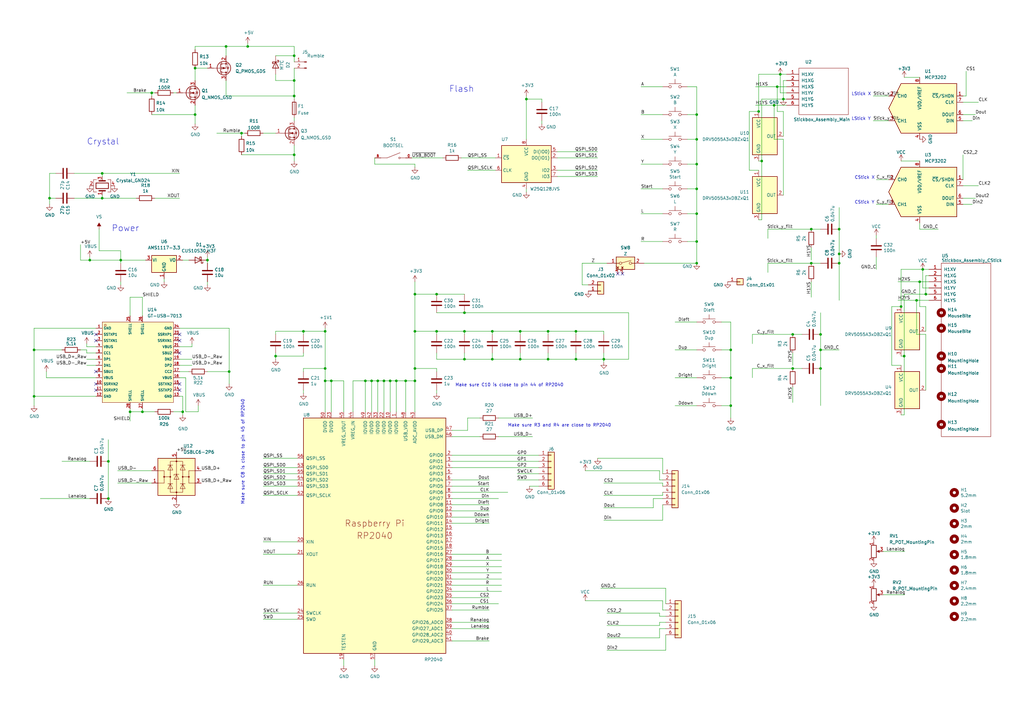
<source format=kicad_sch>
(kicad_sch (version 20231120) (generator "eeschema") (generator_version "8.0")
  (paper "A3")
  (junction (at 170.18 156.21))
  (junction (at 36.83 106.68))
  (junction (at 120.65 39.37))
  (junction (at 344.17 93.98))
  (junction (at 285.75 57.15))
  (junction (at 377.19 115.57))
  (junction (at 160.02 156.21))
  (junction (at 285.75 67.31))
  (junction (at 344.17 104.14))
  (junction (at 336.55 137.16))
  (junction (at 190.5 135.89))
  (junction (at 152.4 156.21))
  (junction (at 344.17 107.95))
  (junction (at 224.79 135.89))
  (junction (at 247.65 147.32))
  (junction (at 318.77 35.56))
  (junction (at 213.36 147.32))
  (junction (at 149.86 156.21))
  (junction (at 154.94 156.21))
  (junction (at 201.93 135.89))
  (junction (at 236.22 147.32))
  (junction (at 369.57 125.73))
  (junction (at 120.65 22.86))
  (junction (at 332.74 93.98))
  (junction (at 80.01 46.99))
  (junction (at 321.31 40.64))
  (junction (at 299.72 166.37))
  (junction (at 120.65 33.02))
  (junction (at 179.07 120.65))
  (junction (at 157.48 156.21))
  (junction (at 320.04 30.48))
  (junction (at 179.07 135.89))
  (junction (at 92.71 19.05))
  (junction (at 213.36 135.89))
  (junction (at 135.89 156.21))
  (junction (at 190.5 147.32))
  (junction (at 317.5 43.18))
  (junction (at 336.55 143.51))
  (junction (at 299.72 154.94))
  (junction (at 311.15 45.72))
  (junction (at 285.75 107.95))
  (junction (at 53.34 168.91))
  (junction (at 201.93 147.32))
  (junction (at 41.91 81.28))
  (junction (at 101.6 19.05))
  (junction (at 58.42 168.91))
  (junction (at 49.53 106.68))
  (junction (at 312.42 66.04))
  (junction (at 120.65 63.5))
  (junction (at 20.32 81.28))
  (junction (at 74.93 168.91))
  (junction (at 62.23 38.1))
  (junction (at 285.75 46.99))
  (junction (at 44.45 204.47))
  (junction (at 166.37 156.21))
  (junction (at 215.9 40.64))
  (junction (at 113.03 146.05))
  (junction (at 133.35 156.21))
  (junction (at 285.75 99.06))
  (junction (at 379.73 120.65))
  (junction (at 299.72 143.51))
  (junction (at 124.46 135.89))
  (junction (at 133.35 151.13))
  (junction (at 44.45 189.23))
  (junction (at 41.91 71.12))
  (junction (at 99.06 54.61))
  (junction (at 13.97 143.51))
  (junction (at 170.18 120.65))
  (junction (at 370.84 146.05))
  (junction (at 285.75 87.63))
  (junction (at 162.56 156.21))
  (junction (at 236.22 135.89))
  (junction (at 378.46 110.49))
  (junction (at 80.01 27.94))
  (junction (at 332.74 107.95))
  (junction (at 325.12 151.13))
  (junction (at 336.55 151.13))
  (junction (at 13.97 162.56))
  (junction (at 325.12 137.16))
  (junction (at 285.75 77.47))
  (junction (at 190.5 128.27))
  (junction (at 133.35 135.89))
  (junction (at 224.79 147.32))
  (junction (at 93.98 152.4))
  (junction (at 170.18 135.89))
  (junction (at 85.09 106.68))
  (junction (at 170.18 151.13))
  (junction (at 375.92 123.19))
  (no_connect (at 39.37 160.02))
  (no_connect (at 39.37 139.7))
  (no_connect (at 73.66 160.02))
  (no_connect (at 253.365 112.268))
  (no_connect (at 255.27 112.268))
  (no_connect (at 73.66 139.7))
  (no_connect (at 39.37 152.4))
  (no_connect (at 73.66 137.16))
  (no_connect (at 39.37 137.16))
  (no_connect (at 73.66 157.48))
  (no_connect (at 73.66 144.78))
  (no_connect (at 39.37 157.48))
  (wire (pts (xy 312.42 40.64) (xy 312.42 66.04)))
  (wire (pts (xy 273.05 252.73) (xy 270.51 252.73)))
  (wire (pts (xy 336.55 143.51) (xy 344.17 143.51)))
  (wire (pts (xy 120.65 22.86) (xy 120.65 19.05)))
  (wire (pts (xy 185.42 214.63) (xy 200.66 214.63)))
  (wire (pts (xy 308.61 137.16) (xy 308.61 140.97)))
  (wire (pts (xy 215.9 77.47) (xy 215.9 78.74)))
  (wire (pts (xy 281.94 67.31) (xy 285.75 67.31)))
  (wire (pts (xy 85.09 106.68) (xy 85.09 107.95)))
  (wire (pts (xy 135.89 168.91) (xy 135.89 156.21)))
  (wire (pts (xy 377.19 93.98) (xy 384.81 93.98)))
  (wire (pts (xy 170.18 115.57) (xy 170.18 120.65)))
  (wire (pts (xy 238.76 107.95) (xy 248.92 107.95)))
  (wire (pts (xy 318.77 45.72) (xy 318.77 35.56)))
  (wire (pts (xy 73.66 149.86) (xy 78.74 149.86)))
  (wire (pts (xy 212.09 194.31) (xy 220.98 194.31)))
  (wire (pts (xy 190.5 137.16) (xy 190.5 135.89)))
  (wire (pts (xy 270.51 252.73) (xy 270.51 251.46)))
  (wire (pts (xy 299.72 166.37) (xy 299.72 171.45)))
  (wire (pts (xy 299.72 143.51) (xy 299.72 154.94)))
  (wire (pts (xy 271.78 204.47) (xy 267.97 204.47)))
  (wire (pts (xy 120.65 59.69) (xy 120.65 63.5)))
  (wire (pts (xy 49.53 115.57) (xy 49.53 116.84)))
  (wire (pts (xy 170.18 135.89) (xy 170.18 151.13)))
  (wire (pts (xy 73.66 134.62) (xy 93.98 134.62)))
  (wire (pts (xy 264.16 107.95) (xy 285.75 107.95)))
  (wire (pts (xy 336.55 143.51) (xy 336.55 151.13)))
  (wire (pts (xy 152.4 156.21) (xy 154.94 156.21)))
  (wire (pts (xy 121.92 251.46) (xy 107.95 251.46)))
  (wire (pts (xy 322.58 30.48) (xy 320.04 30.48)))
  (wire (pts (xy 33.02 106.68) (xy 36.83 106.68)))
  (wire (pts (xy 99.06 54.61) (xy 100.33 54.61)))
  (wire (pts (xy 120.65 39.37) (xy 120.65 40.64)))
  (wire (pts (xy 401.32 41.91) (xy 394.97 41.91)))
  (wire (pts (xy 67.31 114.3) (xy 67.31 115.57)))
  (wire (pts (xy 224.79 147.32) (xy 213.36 147.32)))
  (wire (pts (xy 241.3 116.84) (xy 238.76 116.84)))
  (wire (pts (xy 179.07 120.65) (xy 170.18 120.65)))
  (wire (pts (xy 365.76 149.86) (xy 365.76 125.73)))
  (wire (pts (xy 270.51 196.85) (xy 270.51 193.04)))
  (wire (pts (xy 93.98 134.62) (xy 93.98 152.4)))
  (wire (pts (xy 379.73 160.02) (xy 379.73 137.16)))
  (wire (pts (xy 153.67 270.51) (xy 153.67 273.05)))
  (wire (pts (xy 36.83 189.23) (xy 25.4 189.23)))
  (wire (pts (xy 379.73 113.03) (xy 379.73 120.65)))
  (wire (pts (xy 153.67 67.31) (xy 170.18 67.31)))
  (wire (pts (xy 381 113.03) (xy 379.73 113.03)))
  (wire (pts (xy 248.92 266.7) (xy 273.05 266.7)))
  (wire (pts (xy 236.22 147.32) (xy 247.65 147.32)))
  (wire (pts (xy 40.64 102.87) (xy 49.53 102.87)))
  (wire (pts (xy 285.75 143.51) (xy 276.86 143.51)))
  (wire (pts (xy 185.42 262.89) (xy 200.66 262.89)))
  (wire (pts (xy 285.75 67.31) (xy 285.75 57.15)))
  (wire (pts (xy 124.46 152.4) (xy 124.46 151.13)))
  (wire (pts (xy 19.05 154.94) (xy 19.05 152.4)))
  (wire (pts (xy 133.35 134.62) (xy 133.35 135.89)))
  (wire (pts (xy 113.03 137.16) (xy 113.03 135.89)))
  (wire (pts (xy 365.76 125.73) (xy 369.57 125.73)))
  (wire (pts (xy 149.86 156.21) (xy 152.4 156.21)))
  (wire (pts (xy 170.18 67.31) (xy 170.18 68.58)))
  (wire (pts (xy 394.97 73.66) (xy 394.97 63.5)))
  (wire (pts (xy 179.07 152.4) (xy 179.07 151.13)))
  (wire (pts (xy 185.42 191.77) (xy 220.98 191.77)))
  (wire (pts (xy 121.92 240.03) (xy 107.95 240.03)))
  (wire (pts (xy 53.34 121.92) (xy 53.34 129.54)))
  (wire (pts (xy 63.5 81.28) (xy 73.66 81.28)))
  (wire (pts (xy 270.51 255.27) (xy 270.51 256.54)))
  (wire (pts (xy 236.22 137.16) (xy 236.22 135.89)))
  (wire (pts (xy 179.07 135.89) (xy 190.5 135.89)))
  (wire (pts (xy 190.5 144.78) (xy 190.5 147.32)))
  (wire (pts (xy 124.46 137.16) (xy 124.46 135.89)))
  (wire (pts (xy 247.65 203.2) (xy 271.78 203.2)))
  (wire (pts (xy 80.01 19.05) (xy 80.01 20.32)))
  (wire (pts (xy 113.03 144.78) (xy 113.03 146.05)))
  (wire (pts (xy 107.95 222.25) (xy 121.92 222.25)))
  (wire (pts (xy 185.42 240.03) (xy 205.74 240.03)))
  (wire (pts (xy 314.96 93.98) (xy 332.74 93.98)))
  (wire (pts (xy 185.42 179.07) (xy 196.85 179.07)))
  (wire (pts (xy 273.05 247.65) (xy 273.05 241.3)))
  (wire (pts (xy 71.12 168.91) (xy 74.93 168.91)))
  (wire (pts (xy 257.81 128.27) (xy 257.81 147.32)))
  (wire (pts (xy 224.79 137.16) (xy 224.79 135.89)))
  (wire (pts (xy 308.61 137.16) (xy 325.12 137.16)))
  (wire (pts (xy 201.93 144.78) (xy 201.93 147.32)))
  (wire (pts (xy 378.46 110.49) (xy 369.57 110.49)))
  (wire (pts (xy 92.71 22.86) (xy 92.71 19.05)))
  (wire (pts (xy 308.61 151.13) (xy 308.61 154.94)))
  (wire (pts (xy 320.04 30.48) (xy 320.04 38.1)))
  (wire (pts (xy 48.26 198.12) (xy 62.23 198.12)))
  (wire (pts (xy 281.94 77.47) (xy 285.75 77.47)))
  (wire (pts (xy 160.02 156.21) (xy 162.56 156.21)))
  (wire (pts (xy 35.56 147.32) (xy 39.37 147.32)))
  (wire (pts (xy 20.32 71.12) (xy 20.32 81.28)))
  (wire (pts (xy 273.05 255.27) (xy 270.51 255.27)))
  (wire (pts (xy 85.09 152.4) (xy 93.98 152.4)))
  (wire (pts (xy 311.15 30.48) (xy 311.15 45.72)))
  (wire (pts (xy 336.55 137.16) (xy 336.55 143.51)))
  (wire (pts (xy 201.93 135.89) (xy 213.36 135.89)))
  (wire (pts (xy 154.94 168.91) (xy 154.94 156.21)))
  (wire (pts (xy 332.74 121.92) (xy 332.74 115.57)))
  (wire (pts (xy 41.91 72.39) (xy 41.91 71.12)))
  (wire (pts (xy 344.17 123.19) (xy 344.17 107.95)))
  (wire (pts (xy 285.75 166.37) (xy 276.86 166.37)))
  (wire (pts (xy 344.17 93.98) (xy 344.17 85.09)))
  (wire (pts (xy 185.42 242.57) (xy 205.74 242.57)))
  (wire (pts (xy 39.37 142.24) (xy 35.56 142.24)))
  (wire (pts (xy 49.53 106.68) (xy 59.69 106.68)))
  (wire (pts (xy 120.65 27.94) (xy 120.65 33.02)))
  (wire (pts (xy 185.42 245.11) (xy 200.66 245.11)))
  (wire (pts (xy 113.03 22.86) (xy 120.65 22.86)))
  (wire (pts (xy 317.5 43.18) (xy 322.58 43.18)))
  (wire (pts (xy 35.56 144.78) (xy 39.37 144.78)))
  (wire (pts (xy 375.92 137.16) (xy 375.92 123.19)))
  (wire (pts (xy 13.97 143.51) (xy 13.97 162.56)))
  (wire (pts (xy 370.84 170.18) (xy 370.84 146.05)))
  (wire (pts (xy 321.31 40.64) (xy 312.42 40.64)))
  (wire (pts (xy 80.01 27.94) (xy 80.01 33.02)))
  (wire (pts (xy 314.96 107.95) (xy 332.74 107.95)))
  (wire (pts (xy 80.01 27.94) (xy 85.09 27.94)))
  (wire (pts (xy 394.97 39.37) (xy 396.24 39.37)))
  (wire (pts (xy 248.92 256.54) (xy 270.51 256.54)))
  (wire (pts (xy 271.78 207.01) (xy 271.78 213.36)))
  (wire (pts (xy 271.78 99.06) (xy 262.89 99.06)))
  (wire (pts (xy 92.71 19.05) (xy 101.6 19.05)))
  (wire (pts (xy 325.12 137.16) (xy 328.93 137.16)))
  (wire (pts (xy 375.92 123.19) (xy 381 123.19)))
  (wire (pts (xy 154.94 156.21) (xy 157.48 156.21)))
  (wire (pts (xy 53.34 121.92) (xy 58.42 121.92)))
  (wire (pts (xy 394.97 81.28) (xy 400.05 81.28)))
  (wire (pts (xy 120.65 33.02) (xy 113.03 33.02)))
  (wire (pts (xy 215.9 39.37) (xy 215.9 40.64)))
  (wire (pts (xy 204.47 179.07) (xy 218.44 179.07)))
  (wire (pts (xy 113.03 33.02) (xy 113.03 30.48)))
  (wire (pts (xy 332.74 93.98) (xy 336.55 93.98)))
  (wire (pts (xy 222.25 40.64) (xy 215.9 40.64)))
  (wire (pts (xy 364.49 73.66) (xy 359.41 73.66)))
  (wire (pts (xy 92.71 33.02) (xy 92.71 39.37)))
  (wire (pts (xy 228.6 62.23) (xy 245.11 62.23)))
  (wire (pts (xy 120.65 33.02) (xy 120.65 39.37)))
  (wire (pts (xy 358.14 49.53) (xy 364.49 49.53)))
  (wire (pts (xy 285.75 99.06) (xy 285.75 107.95)))
  (wire (pts (xy 189.23 64.77) (xy 203.2 64.77)))
  (wire (pts (xy 152.4 168.91) (xy 152.4 156.21)))
  (wire (pts (xy 39.37 154.94) (xy 19.05 154.94)))
  (wire (pts (xy 36.83 106.68) (xy 49.53 106.68)))
  (wire (pts (xy 299.72 154.94) (xy 299.72 166.37)))
  (wire (pts (xy 285.75 57.15) (xy 285.75 46.99)))
  (wire (pts (xy 76.2 168.91) (xy 81.28 168.91)))
  (wire (pts (xy 369.57 66.04) (xy 377.19 66.04)))
  (wire (pts (xy 285.75 154.94) (xy 276.86 154.94)))
  (wire (pts (xy 317.5 57.15) (xy 317.5 43.18)))
  (wire (pts (xy 273.05 257.81) (xy 270.51 257.81)))
  (wire (pts (xy 285.75 99.06) (xy 285.75 87.63)))
  (wire (pts (xy 58.42 168.91) (xy 63.5 168.91)))
  (wire (pts (xy 124.46 151.13) (xy 133.35 151.13)))
  (wire (pts (xy 190.5 135.89) (xy 201.93 135.89)))
  (wire (pts (xy 190.5 128.27) (xy 257.81 128.27)))
  (wire (pts (xy 52.07 38.1) (xy 62.23 38.1)))
  (wire (pts (xy 73.66 154.94) (xy 76.2 154.94)))
  (wire (pts (xy 271.78 46.99) (xy 262.89 46.99)))
  (wire (pts (xy 191.77 171.45) (xy 196.85 171.45)))
  (wire (pts (xy 308.61 151.13) (xy 325.12 151.13)))
  (wire (pts (xy 170.18 135.89) (xy 179.07 135.89)))
  (wire (pts (xy 307.34 45.72) (xy 311.15 45.72)))
  (wire (pts (xy 124.46 146.05) (xy 124.46 144.78)))
  (wire (pts (xy 344.17 104.14) (xy 344.17 93.98)))
  (wire (pts (xy 48.26 193.04) (xy 62.23 193.04)))
  (wire (pts (xy 80.01 43.18) (xy 80.01 46.99)))
  (wire (pts (xy 271.78 250.19) (xy 271.78 246.38)))
  (wire (pts (xy 321.31 55.88) (xy 321.31 45.72)))
  (wire (pts (xy 271.78 67.31) (xy 262.89 67.31)))
  (wire (pts (xy 144.78 168.91) (xy 144.78 156.21)))
  (wire (pts (xy 217.17 199.39) (xy 220.98 199.39)))
  (wire (pts (xy 185.42 209.55) (xy 200.66 209.55)))
  (wire (pts (xy 166.37 156.21) (xy 170.18 156.21)))
  (wire (pts (xy 224.79 135.89) (xy 236.22 135.89)))
  (wire (pts (xy 25.4 143.51) (xy 13.97 143.51)))
  (wire (pts (xy 368.3 115.57) (xy 377.19 115.57)))
  (wire (pts (xy 240.03 246.38) (xy 271.78 246.38)))
  (wire (pts (xy 271.78 87.63) (xy 262.89 87.63)))
  (wire (pts (xy 185.42 196.85) (xy 200.66 196.85)))
  (wire (pts (xy 325.12 165.1) (xy 325.12 158.75)))
  (wire (pts (xy 58.42 168.91) (xy 58.42 167.64)))
  (wire (pts (xy 246.38 241.3) (xy 273.05 241.3)))
  (wire (pts (xy 170.18 120.65) (xy 170.18 135.89)))
  (wire (pts (xy 35.56 143.51) (xy 35.56 144.78)))
  (wire (pts (xy 378.46 110.49) (xy 378.46 118.11)))
  (wire (pts (xy 358.14 39.37) (xy 364.49 39.37)))
  (wire (pts (xy 236.22 144.78) (xy 236.22 147.32)))
  (wire (pts (xy 336.55 166.37) (xy 336.55 151.13)))
  (wire (pts (xy 99.06 54.61) (xy 99.06 55.88)))
  (wire (pts (xy 314.96 93.98) (xy 314.96 97.79)))
  (wire (pts (xy 179.07 120.65) (xy 190.5 120.65)))
  (wire (pts (xy 240.03 193.04) (xy 270.51 193.04)))
  (wire (pts (xy 369.57 170.18) (xy 370.84 170.18)))
  (wire (pts (xy 33.02 143.51) (xy 35.56 143.51)))
  (wire (pts (xy 62.23 38.1) (xy 63.5 38.1)))
  (wire (pts (xy 321.31 33.02) (xy 321.31 40.64)))
  (wire (pts (xy 398.78 49.53) (xy 394.97 49.53)))
  (wire (pts (xy 170.18 156.21) (xy 170.18 168.91)))
  (wire (pts (xy 53.34 168.91) (xy 53.34 167.64)))
  (wire (pts (xy 321.31 45.72) (xy 318.77 45.72)))
  (wire (pts (xy 247.65 147.32) (xy 247.65 148.59)))
  (wire (pts (xy 285.75 87.63) (xy 285.75 77.47)))
  (wire (pts (xy 22.86 81.28) (xy 20.32 81.28)))
  (wire (pts (xy 295.91 166.37) (xy 299.72 166.37)))
  (wire (pts (xy 40.64 93.98) (xy 40.64 102.87)))
  (wire (pts (xy 81.28 168.91) (xy 81.28 166.37)))
  (wire (pts (xy 295.91 132.08) (xy 299.72 132.08)))
  (wire (pts (xy 321.31 57.15) (xy 317.5 57.15)))
  (wire (pts (xy 185.42 189.23) (xy 220.98 189.23)))
  (wire (pts (xy 13.97 134.62) (xy 39.37 134.62)))
  (wire (pts (xy 377.19 91.44) (xy 377.19 93.98)))
  (wire (pts (xy 311.15 90.17) (xy 312.42 90.17)))
  (wire (pts (xy 332.74 107.95) (xy 336.55 107.95)))
  (wire (pts (xy 247.65 144.78) (xy 247.65 147.32)))
  (wire (pts (xy 359.41 110.49) (xy 359.41 105.41)))
  (wire (pts (xy 140.97 168.91) (xy 140.97 156.21)))
  (wire (pts (xy 166.37 168.91) (xy 166.37 156.21)))
  (wire (pts (xy 107.95 196.85) (xy 121.92 196.85)))
  (wire (pts (xy 16.51 204.47) (xy 36.83 204.47)))
  (wire (pts (xy 228.6 64.77) (xy 245.11 64.77)))
  (wire (pts (xy 77.47 106.68) (xy 74.93 106.68)))
  (wire (pts (xy 179.07 137.16) (xy 179.07 135.89)))
  (wire (pts (xy 33.02 100.33) (xy 33.02 106.68)))
  (wire (pts (xy 248.92 261.62) (xy 270.51 261.62)))
  (wire (pts (xy 224.79 144.78) (xy 224.79 147.32)))
  (wire (pts (xy 228.6 69.85) (xy 245.11 69.85)))
  (wire (pts (xy 400.05 46.99) (xy 394.97 46.99)))
  (wire (pts (xy 144.78 156.21) (xy 149.86 156.21)))
  (wire (pts (xy 271.78 35.56) (xy 262.89 35.56)))
  (wire (pts (xy 270.51 257.81) (xy 270.51 261.62)))
  (wire (pts (xy 30.48 71.12) (xy 41.91 71.12)))
  (wire (pts (xy 185.42 232.41) (xy 205.74 232.41)))
  (wire (pts (xy 124.46 160.02) (xy 124.46 161.29)))
  (wire (pts (xy 179.07 128.27) (xy 190.5 128.27)))
  (wire (pts (xy 133.35 151.13) (xy 133.35 156.21)))
  (wire (pts (xy 157.48 168.91) (xy 157.48 156.21)))
  (wire (pts (xy 74.93 162.56) (xy 74.93 168.91)))
  (wire (pts (xy 379.73 135.89) (xy 379.73 125.73)))
  (wire (pts (xy 271.78 199.39) (xy 271.78 198.12)))
  (wire (pts (xy 88.9 54.61) (xy 99.06 54.61)))
  (wire (pts (xy 44.45 189.23) (xy 44.45 180.34)))
  (wire (pts (xy 185.42 257.81) (xy 200.66 257.81)))
  (wire (pts (xy 295.91 154.94) (xy 299.72 154.94)))
  (wire (pts (xy 201.93 147.32) (xy 190.5 147.32)))
  (wire (pts (xy 359.41 83.82) (xy 364.49 83.82)))
  (wire (pts (xy 85.09 115.57) (xy 85.09 116.84)))
  (wire (pts (xy 185.42 250.19) (xy 200.66 250.19)))
  (wire (pts (xy 76.2 154.94) (xy 76.2 168.91)))
  (wire (pts (xy 257.81 147.32) (xy 247.65 147.32)))
  (wire (pts (xy 170.18 151.13) (xy 179.07 151.13)))
  (wire (pts (xy 185.42 199.39) (xy 200.66 199.39)))
  (wire (pts (xy 35.56 149.86) (xy 39.37 149.86)))
  (wire (pts (xy 285.75 35.56) (xy 285.75 46.99)))
  (wire (pts (xy 162.56 156.21) (xy 162.56 168.91)))
  (wire (pts (xy 307.34 69.85) (xy 307.34 45.72)))
  (wire (pts (xy 285.75 77.47) (xy 285.75 67.31)))
  (wire (pts (xy 179.07 144.78) (xy 179.07 147.32)))
  (wire (pts (xy 140.97 156.21) (xy 135.89 156.21)))
  (wire (pts (xy 107.95 191.77) (xy 121.92 191.77)))
  (wire (pts (xy 379.73 137.16) (xy 375.92 137.16)))
  (wire (pts (xy 344.17 104.14) (xy 344.17 107.95)))
  (wire (pts (xy 113.03 146.05) (xy 124.46 146.05)))
  (wire (pts (xy 49.53 102.87) (xy 49.53 106.68)))
  (wire (pts (xy 93.98 152.4) (xy 93.98 157.48)))
  (wire (pts (xy 212.09 196.85) (xy 220.98 196.85)))
  (wire (pts (xy 191.77 69.85) (xy 203.2 69.85)))
  (wire (pts (xy 378.46 118.11) (xy 381 118.11)))
  (wire (pts (xy 222.25 41.91) (xy 222.25 40.64)))
  (wire (pts (xy 213.36 137.16) (xy 213.36 135.89)))
  (wire (pts (xy 369.57 149.86) (xy 365.76 149.86)))
  (wire (pts (xy 170.18 151.13) (xy 170.18 156.21)))
  (wire (pts (xy 314.96 107.95) (xy 314.96 111.76)))
  (wire (pts (xy 381 110.49) (xy 378.46 110.49)))
  (wire (pts (xy 309.88 35.56) (xy 318.77 35.56)))
  (wire (pts (xy 49.53 107.95) (xy 49.53 106.68)))
  (wire (pts (xy 332.74 106.68) (xy 332.74 101.6)))
  (wire (pts (xy 247.65 213.36) (xy 271.78 213.36)))
  (wire (pts (xy 113.03 135.89) (xy 124.46 135.89)))
  (wire (pts (xy 41.91 71.12) (xy 73.66 71.12)))
  (wire (pts (xy 185.42 186.69) (xy 220.98 186.69)))
  (wire (pts (xy 271.78 201.93) (xy 271.78 203.2)))
  (wire (pts (xy 321.31 80.01) (xy 321.31 57.15)))
  (wire (pts (xy 185.42 247.65) (xy 204.47 247.65)))
  (wire (pts (xy 228.6 72.39) (xy 245.11 72.39)))
  (wire (pts (xy 113.03 146.05) (xy 113.03 147.32)))
  (wire (pts (xy 204.47 171.45) (xy 218.44 171.45)))
  (wire (pts (xy 78.74 142.24) (xy 78.74 140.97)))
  (wire (pts (xy 238.76 116.84) (xy 238.76 107.95)))
  (wire (pts (xy 185.42 212.09) (xy 200.66 212.09)))
  (wire (pts (xy 236.22 135.89) (xy 247.65 135.89)))
  (wire (pts (xy 73.66 152.4) (xy 77.47 152.4)))
  (wire (pts (xy 273.05 260.35) (xy 273.05 266.7)))
  (wire (pts (xy 394.97 76.2) (xy 401.32 76.2)))
  (wire (pts (xy 201.93 137.16) (xy 201.93 135.89)))
  (wire (pts (xy 369.57 110.49) (xy 369.57 125.73)))
  (wire (pts (xy 247.65 208.28) (xy 267.97 208.28)))
  (wire (pts (xy 222.25 49.53) (xy 222.25 50.8)))
  (wire (pts (xy 377.19 125.73) (xy 377.19 115.57)))
  (wire (pts (xy 325.12 151.13) (xy 328.93 151.13)))
  (wire (pts (xy 185.42 204.47) (xy 204.47 204.47)))
  (wire (pts (xy 13.97 162.56) (xy 39.37 162.56)))
  (wire (pts (xy 120.65 39.37) (xy 92.71 39.37)))
  (wire (pts (xy 370.84 146.05) (xy 369.57 146.05)))
  (wire (pts (xy 99.06 63.5) (xy 120.65 63.5)))
  (wire (pts (xy 396.24 29.21) (xy 396.24 39.37)))
  (wire (pts (xy 133.35 156.21) (xy 133.35 168.91)))
  (wire (pts (xy 35.56 142.24) (xy 35.56 140.97)))
  (wire (pts (xy 281.94 99.06) (xy 285.75 99.06)))
  (wire (pts (xy 73.66 147.32) (xy 78.74 147.32)))
  (wire (pts (xy 121.92 203.2) (xy 107.95 203.2)))
  (wire (pts (xy 44.45 204.47) (xy 44.45 189.23)))
  (wire (pts (xy 62.23 38.1) (xy 62.23 39.37)))
  (wire (pts (xy 133.35 135.89) (xy 133.35 151.13)))
  (wire (pts (xy 13.97 162.56) (xy 13.97 166.37)))
  (wire (pts (xy 185.42 229.87) (xy 205.74 229.87)))
  (wire (pts (xy 20.32 81.28) (xy 20.32 83.82)))
  (wire (pts (xy 71.12 38.1) (xy 72.39 38.1)))
  (wire (pts (xy 124.46 135.89) (xy 133.35 135.89)))
  (wire (pts (xy 62.23 46.99) (xy 80.01 46.99)))
  (wire (pts (xy 13.97 134.62) (xy 13.97 143.51)))
  (wire (pts (xy 85.09 105.41) (xy 85.09 106.68)))
  (wire (pts (xy 185.42 201.93) (xy 208.28 201.93)))
  (wire (pts (xy 312.42 90.17) (xy 312.42 66.04)))
  (wire (pts (xy 312.42 66.04) (xy 311.15 66.04)))
  (wire (pts (xy 281.94 46.99) (xy 285.75 46.99)))
  (wire (pts (xy 73.66 142.24) (xy 78.74 142.24)))
  (wire (pts (xy 157.48 156.21) (xy 160.02 156.21)))
  (wire (pts (xy 362.204 226.187) (xy 371.094 226.187)))
  (wire (pts (xy 318.77 35.56) (xy 322.58 35.56)))
  (wire (pts (xy 295.91 143.51) (xy 299.72 143.51)))
  (wire (pts (xy 185.42 207.01) (xy 200.66 207.01)))
  (wire (pts (xy 370.84 120.65) (xy 370.84 146.05)))
  (wire (pts (xy 248.92 251.46) (xy 270.51 251.46)))
  (wire (pts (xy 73.66 162.56) (xy 74.93 162.56)))
  (wire (pts (xy 107.95 194.31) (xy 121.92 194.31)))
  (wire (pts (xy 58.42 121.92) (xy 58.42 129.54)))
  (wire (pts (xy 160.02 168.91) (xy 160.02 156.21)))
  (wire (pts (xy 53.34 168.91) (xy 58.42 168.91)))
  (wire (pts (xy 267.97 204.47) (xy 267.97 208.28)))
  (wire (pts (xy 101.6 17.78) (xy 101.6 19.05)))
  (wire (pts (xy 120.65 25.4) (xy 120.65 22.86)))
  (wire (pts (xy 299.72 132.08) (xy 299.72 143.51)))
  (wire (pts (xy 22.86 71.12) (xy 20.32 71.12)))
  (wire (pts (xy 271.78 196.85) (xy 270.51 196.85)))
  (wire (pts (xy 120.65 63.5) (xy 120.65 66.04)))
  (wire (pts (xy 322.58 33.02) (xy 321.31 33.02)))
  (wire (pts (xy 213.36 144.78) (xy 213.36 147.32)))
  (wire (pts (xy 281.94 57.15) (xy 285.75 57.15)))
  (wire (pts (xy 271.78 57.15) (xy 262.89 57.15)))
  (wire (pts (xy 236.22 147.32) (xy 224.79 147.32)))
  (wire (pts (xy 321.31 40.64) (xy 322.58 40.64)))
  (wire (pts (xy 309.88 43.18) (xy 317.5 43.18)))
  (wire (pts (xy 271.78 194.31) (xy 271.78 187.96)))
  (wire (pts (xy 247.65 137.16) (xy 247.65 135.89)))
  (wire (pts (xy 185.42 176.53) (xy 191.77 176.53)))
  (wire (pts (xy 273.05 250.19) (xy 271.78 250.19)))
  (wire (pts (xy 320.04 30.48) (xy 311.15 30.48)))
  (wire (pts (xy 162.56 156.21) (xy 166.37 156.21)))
  (wire (pts (xy 135.89 156.21) (xy 133.35 156.21)))
  (wire (pts (xy 213.36 147.32) (xy 201.93 147.32)))
  (wire (pts (xy 368.3 123.19) (xy 375.92 123.19)))
  (wire (pts (xy 320.04 38.1) (xy 322.58 38.1)))
  (wire (pts (xy 107.95 54.61) (xy 113.03 54.61)))
  (wire (pts (xy 271.78 77.47) (xy 262.89 77.47)))
  (wire (pts (xy 377.19 115.57) (xy 381 115.57)))
  (wire (pts (xy 190.5 147.32) (xy 179.07 147.32)))
  (wire (pts (xy 53.34 168.91) (xy 53.34 172.72)))
  (wire (pts (xy 281.94 35.56) (xy 285.75 35.56)))
  (wire (pts (xy 153.67 64.77) (xy 153.67 67.31)))
  (wire (pts (xy 379.73 120.65) (xy 381 120.65)))
  (wire (pts (xy 185.42 227.33) (xy 205.74 227.33)))
  (wire (pts (xy 247.65 198.12) (xy 271.78 198.12)))
  (wire (pts (xy 213.36 135.89) (xy 224.79 135.89)))
  (wire (pts (xy 149.86 168.91) (xy 149.86 156.21)))
  (wire (pts (xy 379.73 125.73) (xy 377.19 125.73)))
  (wire (pts (xy 336.55 137.16) (xy 336.55 128.27)))
  (wire (pts (xy 41.91 81.28) (xy 55.88 81.28)))
  (wire (pts (xy 80.01 46.99) (xy 80.01 50.8)))
  (wire (pts (xy 30.48 81.28) (xy 41.91 81.28)))
  (wire (pts (xy 185.42 255.27) (xy 200.66 255.27)))
  (wire (pts (xy 140.97 270.51) (xy 140.97 273.05)))
  (wire (pts (xy 362.204 243.967) (xy 371.094 243.967)))
  (wire (pts (xy 107.95 199.39) (xy 121.92 199.39)))
  (wire (pts (xy 41.91 80.01) (xy 41.91 81.28)))
  (wire (pts (xy 179.07 160.02) (xy 179.07 161.29)))
  (wire (pts (xy 285.75 132.08) (xy 276.86 132.08)))
  (wire (pts (xy 181.61 64.77) (xy 168.91 64.77)))
  (wire (pts (xy 185.42 237.49) (xy 205.74 237.49)))
  (wire (pts (xy 325.12 149.86) (xy 325.12 144.78)))
  (wire (pts (xy 191.77 171.45) (xy 191.77 176.53)))
  (wire (pts (xy 245.11 187.96) (xy 271.78 187.96)))
  (wire (pts (xy 120.65 48.26) (xy 120.65 49.53)))
  (wire (pts (xy 36.83 105.41) (xy 36.83 106.68)))
  (wire (pts (xy 121.92 227.33) (xy 107.95 227.33)))
  (wire (pts (xy 92.71 19.05) (xy 80.01 19.05)))
  (wire (pts (xy 394.97 83.82) (xy 398.78 83.82)))
  (wire (pts (xy 215.9 40.64) (xy 215.9 57.15)))
  (wire (pts (xy 121.92 187.96) (xy 107.95 187.96)))
  (wire (pts (xy 185.42 234.95) (xy 205.74 234.95)))
  (wire (pts (xy 379.73 120.65) (xy 370.84 120.65)))
  (wire (pts (xy 74.93 168.91) (xy 74.93 170.18)))
  (wire (pts (xy 359.41 97.79) (xy 359.41 96.52)))
  (wire (pts (xy 121.92 254) (xy 107.95 254)))
  (wire (pts (xy 120.65 19.05) (xy 101.6 19.05)))
  (wire (pts (xy 311.15 69.85) (xy 307.34 69.85)))
  (wire (pts (xy 370.84 31.75) (xy 377.19 31.75)))
  (wire (pts (xy 281.94 87.63) (xy 285.75 87.63)))
  (text "Power" (at 45.72 95.25 0) (effects (font (size 2.54 2.54)) (justify left bottom)))
  (text "LStick Y\n" (at 349.25 49.53 0) (effects (font (size 1.27 1.27)) (justify left bottom)))
  (text "Make sure C10 is close to pin 44 of RP2040" (at 186.69 158.75 0) (effects (font (size 1.27 1.27)) (justify left bottom)))
  (text "CStick Y\n" (at 350.52 83.82 0) (effects (font (size 1.27 1.27)) (justify left bottom)))
  (text "Make sure R3 and R4 are close to RP2040" (at 208.28 175.26 0) (effects (font (size 1.27 1.27)) (justify left bottom)))
  (text "Make sure C8 is close to pin 45 of RP2040" (at 100.33 207.01 90) (effects (font (size 1.27 1.27)) (justify left bottom)))
  (text "Flash" (at 184.15 38.1 0) (effects (font (size 2.54 2.54)) (justify left bottom)))
  (text "Crystal" (at 35.56 59.69 0) (effects (font (size 2.54 2.54)) (justify left bottom)))
  (text "CStick X" (at 350.52 73.66 0) (effects (font (size 1.27 1.27)) (justify left bottom)))
  (text "LStick X" (at 349.25 39.37 0) (effects (font (size 1.27 1.27)) (justify left bottom)))
  (label "QSPI_SD0" (at 245.11 62.23 180))
  (label "Start" (at 200.66 199.39 180))
  (label "A" (at 262.89 35.56 0))
  (label "QSPI_SD2" (at 245.11 69.85 180))
  (label "XIN" (at 107.95 222.25 0))
  (label "Stick_x_filt" (at 325.12 107.95 180))
  (label "Stick_x_filt" (at 358.14 39.37 0))
  (label "Ranalog" (at 35.56 189.23 180))
  (label "X" (at 200.66 232.41 180))
  (label "QSPI_SD3" (at 245.11 72.39 180))
  (label "Din" (at 247.65 213.36 0))
  (label "CS2_2" (at 248.92 251.46 0))
  (label "Ddown" (at 200.66 212.09 180))
  (label "H1YS" (at 309.88 43.18 0))
  (label "L" (at 262.89 87.63 0))
  (label "CS2" (at 200.66 245.11 180))
  (label "Din2" (at 248.92 266.7 0))
  (label "Lanalog" (at 200.66 257.81 180))
  (label "H1XS" (at 332.74 120.65 90))
  (label "Brake" (at 200.66 262.89 180))
  (label "CLK2" (at 248.92 256.54 0))
  (label "CLK2" (at 401.32 76.2 0))
  (label "XIN" (at 73.66 71.12 180))
  (label "USB_D+" (at 82.55 193.04 0))
  (label "QSPI_SS" (at 191.77 64.77 0))
  (label "Rumble" (at 91.44 54.61 0))
  (label "H1XS" (at 309.88 35.56 0))
  (label "SWD" (at 107.95 254 0))
  (label "+5V" (at 72.39 185.42 0))
  (label "SWCLK" (at 107.95 251.46 0))
  (label "Dleft" (at 278.13 132.08 0))
  (label "GP1" (at 212.09 189.23 0))
  (label "Z" (at 199.39 237.49 0))
  (label "QSPI_SD1" (at 107.95 194.31 0))
  (label "CLK" (at 247.65 203.2 0))
  (label "B" (at 262.89 46.99 0))
  (label "CS1" (at 396.24 29.21 0))
  (label "XOUT" (at 107.95 227.33 0))
  (label "Dup" (at 200.66 209.55 180))
  (label "Dout" (at 400.05 46.99 0))
  (label "Z" (at 242.57 107.95 0))
  (label "QSPI_SS" (at 107.95 187.96 0))
  (label "QSPI_SD0" (at 107.95 191.77 0))
  (label "CS1" (at 200.66 247.65 180))
  (label "Dout" (at 247.65 208.28 0))
  (label "XOUT" (at 73.66 81.28 180))
  (label "Dout2" (at 400.05 81.28 0))
  (label "A" (at 200.66 229.87 180))
  (label "Stick_y_filt" (at 325.12 93.98 180))
  (label "C_x_filt" (at 317.5 151.13 180))
  (label "USB_D-_Raw" (at 35.56 149.86 180))
  (label "R" (at 200.66 240.03 180))
  (label "Ranalog" (at 200.66 255.27 180))
  (label "GND_C" (at 384.81 93.98 180))
  (label "B" (at 200.66 227.33 180))
  (label "QSPI_SCLK" (at 191.77 69.85 0))
  (label "Dright" (at 278.13 154.94 0))
  (label "Ranalog" (at 363.474 243.967 0))
  (label "SWCLK" (at 212.09 194.31 0))
  (label "H1YS" (at 332.74 105.41 90))
  (label "C_y_filt" (at 317.5 137.16 180))
  (label "Start" (at 262.89 77.47 0))
  (label "QSPI_SD3" (at 107.95 199.39 0))
  (label "Dright" (at 200.66 214.63 180))
  (label "H2YS" (at 325.12 148.59 90))
  (label "GND_C" (at 344.17 143.51 180))
  (label "QSPI_SCLK" (at 107.95 203.2 0))
  (label "GND_C" (at 246.38 241.3 0))
  (label "GP2" (at 212.09 191.77 0))
  (label "USB_D+_Raw" (at 82.55 198.12 0))
  (label "Din2" (at 398.78 83.82 0))
  (label "Ddown" (at 278.13 166.37 0))
  (label "H2YS" (at 368.3 123.19 0))
  (label "QSPI_SD2" (at 107.95 196.85 0))
  (label "GND_C" (at 375.92 120.65 180))
  (label "R" (at 262.89 99.06 0))
  (label "USB_D-_Raw" (at 78.74 147.32 0))
  (label "H2XS" (at 325.12 163.83 90))
  (label "Rumble" (at 200.66 250.19 180))
  (label "C_x_filt" (at 359.41 73.66 0))
  (label "SHIELD" (at 53.34 172.72 180))
  (label "RUN" (at 107.95 240.03 0))
  (label "L" (at 199.39 242.57 0))
  (label "Stick_y_filt" (at 358.14 49.53 0))
  (label "CLK" (at 401.32 41.91 0))
  (label "GP0" (at 212.09 186.69 0))
  (label "USB_D+_Raw" (at 35.56 147.32 180))
  (label "Lanalog" (at 363.474 226.187 0))
  (label "SHIELD" (at 58.42 121.92 0))
  (label "Dout" (at 200.66 196.85 180))
  (label "Din" (at 398.78 49.53 0))
  (label "Y" (at 262.89 67.31 0))
  (label "Din" (at 200.66 204.47 180))
  (label "USB_D+_Raw" (at 78.74 149.86 0))
  (label "GND_C" (at 359.41 110.49 180))
  (label "C_y_filt" (at 359.41 83.82 0))
  (label "Brake" (at 54.61 38.1 0))
  (label "H2XS" (at 368.3 115.57 0))
  (label "USB_D-_Raw" (at 48.26 198.12 0))
  (label "QSPI_SD1" (at 245.11 64.77 180))
  (label "~{USB_BOOT}" (at 168.91 64.77 0))
  (label "USB_D+" (at 218.44 171.45 180))
  (label "Y" (at 200.66 234.95 180))
  (label "Dout2" (at 248.92 261.62 0))
  (label "Lanalog" (at 35.56 204.47 180))
  (label "Dleft" (at 200.66 207.01 180))
  (label "X" (at 262.89 57.15 0))
  (label "CS2" (at 247.65 198.12 0))
  (label "CS2_2" (at 394.97 63.5 0))
  (label "CLK" (at 200.66 201.93 180))
  (label "USB_D-" (at 48.26 193.04 0))
  (label "Dup" (at 278.13 143.51 0))
  (label "SWD" (at 212.09 196.85 0))
  (label "+5V" (at 33.02 100.33 0))
  (label "USB_D-" (at 218.44 179.07 180))
  (symbol (lib_id "Switch:SW_Push") (at 276.86 35.56 0) (unit 1)
    (property "Reference" "SW1" (at 276.86 28.321 0))
    (property "Value" "A" (at 276.86 30.6324 0))
    (property "Footprint" "PhobGCC_2_0_0_footprints:ABXY_Contact_Omron_Switch_Circley" (effects (hide yes)))
  )
  (symbol (lib_id "Switch:SW_Push") (at 276.86 46.99 0) (unit 1)
    (property "Reference" "SW2" (at 276.86 39.751 0))
    (property "Value" "B" (at 276.86 42.0624 0))
    (property "Footprint" "PhobGCC_2_0_0_footprints:ABXY_Contact_Omron_Switch_Circley" (effects (hide yes)))
  )
  (symbol (lib_id "Switch:SW_Push") (at 276.86 57.15 0) (unit 1)
    (property "Reference" "SW3" (at 276.86 49.911 0))
    (property "Value" "X" (at 276.86 52.2224 0))
    (property "Footprint" "PhobGCC_2_0_0_footprints:ABXY_Contact_Omron_Switch_Circley" (effects (hide yes)))
  )
  (symbol (lib_id "Switch:SW_Push") (at 276.86 67.31 0) (unit 1)
    (property "Reference" "SW4" (at 276.86 60.071 0))
    (property "Value" "Y" (at 276.86 62.3824 0))
    (property "Footprint" "PhobGCC_2_0_0_footprints:ABXY_Contact_Omron_Switch_Circley" (effects (hide yes)))
  )
  (symbol (lib_id "Switch:SW_Push") (at 276.86 77.47 0) (unit 1)
    (property "Reference" "SW5" (at 276.86 70.231 0))
    (property "Value" "Start" (at 276.86 72.5424 0))
    (property "Footprint" "PhobGCC_2_0_0_footprints:Start_Contact" (effects (hide yes)))
  )
  (symbol (lib_id "Switch:SW_Push") (at 276.86 87.63 0) (unit 1)
    (property "Reference" "SW6" (at 276.86 80.391 0))
    (property "Value" "L" (at 276.86 82.7024 0))
    (property "Footprint" "PhobGCC_2_0_0_footprints:Pin_Header_Straight_1x02_Pitch2.54mm" (effects (hide yes)))
  )
  (symbol (lib_id "Switch:SW_Push") (at 276.86 99.06 0) (unit 1)
    (property "Reference" "SW7" (at 276.86 91.821 0))
    (property "Value" "R" (at 276.86 94.1324 0))
    (property "Footprint" "PhobGCC_2_0_0_footprints:Pin_Header_Straight_1x02_Pitch2.54mm" (effects (hide yes)))
  )
  (symbol (lib_id "power:GND") (at 299.72 171.45 0) (unit 1)
    (property "Reference" "#PWR0103" (effects (hide yes)))
    (property "Value" "GND" (at 299.847 175.8442 0))
  )
  (symbol (lib_id "GCC:Gamecube-MB-rescue_Slider_GCC-Gamecube_MB") (at 358.394 226.187 0) (unit 1)
    (property "Reference" "RV1" (at 364.744 219.837 0) (effects (justify left)))
    (property "Value" "R_POT_MountingPin" (at 364.744 222.377 0) (effects (justify left)))
    (property "Footprint" "PhobGCC_2_0_0_footprints:GCC_Slider" (effects (hide yes)))
  )
  (symbol (lib_id "GCC:Gamecube-MB-rescue_Slider_GCC-Gamecube_MB") (at 358.394 243.967 0) (unit 1)
    (property "Reference" "RV2" (at 366.014 238.887 0) (effects (justify left)))
    (property "Value" "R_POT_MountingPin" (at 366.014 241.427 0) (effects (justify left)))
    (property "Footprint" "PhobGCC_2_0_0_footprints:GCC_Slider" (effects (hide yes)))
  )
  (symbol (lib_id "Switch:SW_Push") (at 290.83 132.08 0) (unit 1)
    (property "Reference" "SW9" (at 290.83 124.841 0))
    (property "Value" "Dleft" (at 290.83 127.1524 0))
    (property "Footprint" "PhobGCC_2_0_0_footprints:Dpad_Contact_TL3315NF_2_ZigZag" (effects (hide yes)))
  )
  (symbol (lib_id "power:GND") (at 358.394 229.997 0) (unit 1)
    (property "Reference" "#PWR0115" (effects (hide yes)))
    (property "Value" "GND" (at 358.521 234.3912 0))
  )
  (symbol (lib_id "Switch:SW_Push") (at 290.83 143.51 0) (unit 1)
    (property "Reference" "SW10" (at 290.83 136.271 0))
    (property "Value" "Dup" (at 290.83 138.5824 0))
    (property "Footprint" "PhobGCC_2_0_0_footprints:Dpad_Contact_TL3315NF_2_ZigZag" (effects (hide yes)))
  )
  (symbol (lib_id "Switch:SW_Push") (at 290.83 154.94 0) (unit 1)
    (property "Reference" "SW11" (at 290.83 147.701 0))
    (property "Value" "Dright" (at 290.83 150.0124 0))
    (property "Footprint" "PhobGCC_2_0_0_footprints:Dpad_Contact_TL3315NF_2_ZigZag" (effects (hide yes)))
  )
  (symbol (lib_id "Switch:SW_Push") (at 290.83 166.37 0) (unit 1)
    (property "Reference" "SW12" (at 290.83 159.131 0))
    (property "Value" "Ddown" (at 290.83 161.4424 0))
    (property "Footprint" "PhobGCC_2_0_0_footprints:Dpad_Contact_TL3315NF_2_ZigZag" (effects (hide yes)))
  )
  (symbol (lib_id "power:GND") (at 358.394 247.777 0) (unit 1)
    (property "Reference" "#PWR0117" (effects (hide yes)))
    (property "Value" "GND" (at 358.521 252.1712 0))
  )
  (symbol (lib_id "PhobGCC_Symbol_Library:SW_DIP_x01") (at 256.54 107.95 0) (unit 1)
    (property "Reference" "SW8" (at 256.54 101.6 0))
    (property "Value" "Z" (at 256.54 104.14 0))
    (property "Footprint" "PhobGCC_2_0_0_footprints:Z_Switch_Edge_Omron" (effects (hide yes)))
    (property "Configuration_Pole-Throw" "Single Pole - Single Throw" (effects (hide yes)))
    (property "Contact_Current_Rating" "50 mA" (effects (hide yes)))
    (property "Comment" "1825027-5" (effects (hide yes)))
    (property "EU_RoHS_Compliance" "Compliant" (effects (hide yes)))
  )
  (symbol (lib_id "GCC:Gamecube-MB-rescue_Stickbox_Assembly-Gamecube_MB") (at 327.66 27.94 0) (unit 1)
    (property "Reference" "U2" (at 330.2 25.4 0) (effects (justify left)))
    (property "Value" "Stickbox_Assembly_Main" (at 325.501 49.022 0) (effects (justify left)))
    (property "Footprint" "PhobGCC_2_0_0_footprints:GCC_Stickbox_Hall_Only" (effects (hide yes)))
  )
  (symbol (lib_id "Device:C") (at 40.64 189.23 90) (unit 1)
    (property "Reference" "C3" (at 39.4716 186.309 0) (effects (justify left)))
    (property "Value" "0.047u" (at 41.783 186.309 0) (effects (justify left)))
    (property "Footprint" "PhobGCC_2_0_0_footprints:C_0603_HandSoldering" (effects (hide yes)))
    (property "LCSC" "C1622" (effects (hide yes)))
  )
  (symbol (lib_id "Device:C") (at 40.64 204.47 90) (unit 1)
    (property "Reference" "C7" (at 39.4716 201.549 0) (effects (justify left)))
    (property "Value" "0.047u" (at 41.783 201.549 0) (effects (justify left)))
    (property "Footprint" "PhobGCC_2_0_0_footprints:C_0603_HandSoldering" (effects (hide yes)))
    (property "LCSC" "C1622" (effects (hide yes)))
  )
  (symbol (lib_id "Mechanical:MountingHole") (at 391.414 202.057 0) (unit 1)
    (property "Reference" "H1" (at 393.954 200.8886 0) (effects (justify left)))
    (property "Value" "5.2mm" (at 393.954 203.2 0) (effects (justify left)))
    (property "Footprint" "PhobGCC_2_0_0_footprints:MountingHole_5.2mm" (effects (hide yes)))
  )
  (symbol (lib_id "Mechanical:MountingHole") (at 391.414 208.407 0) (unit 1)
    (property "Reference" "H2" (at 393.954 207.2386 0) (effects (justify left)))
    (property "Value" "Slot" (at 393.954 209.55 0) (effects (justify left)))
    (property "Footprint" "PhobGCC_2_0_0_footprints:Slot" (effects (hide yes)))
  )
  (symbol (lib_id "Mechanical:MountingHole") (at 391.414 214.757 0) (unit 1)
    (property "Reference" "H3" (at 393.954 213.5886 0) (effects (justify left)))
    (property "Value" "2mm" (at 393.954 215.9 0) (effects (justify left)))
    (property "Footprint" "PhobGCC_2_0_0_footprints:MountingHole_2.0mm" (effects (hide yes)))
  )
  (symbol (lib_id "Mechanical:MountingHole") (at 391.414 221.107 0) (unit 1)
    (property "Reference" "H4" (at 393.954 219.9386 0) (effects (justify left)))
    (property "Value" "2mm" (at 393.954 222.25 0) (effects (justify left)))
    (property "Footprint" "PhobGCC_2_0_0_footprints:MountingHole_2.0mm" (effects (hide yes)))
  )
  (symbol (lib_id "Mechanical:MountingHole") (at 391.414 227.457 0) (unit 1)
    (property "Reference" "H5" (at 393.954 226.2886 0) (effects (justify left)))
    (property "Value" "1.8mm" (at 393.954 228.6 0) (effects (justify left)))
    (property "Footprint" "PhobGCC_2_0_0_footprints:MountingHole_1.8mm" (effects (hide yes)))
  )
  (symbol (lib_id "Mechanical:MountingHole") (at 391.414 233.807 0) (unit 1)
    (property "Reference" "H6" (at 393.954 232.6386 0) (effects (justify left)))
    (property "Value" "1.8mm" (at 393.954 234.95 0) (effects (justify left)))
    (property "Footprint" "PhobGCC_2_0_0_footprints:MountingHole_1.8mm" (effects (hide yes)))
  )
  (symbol (lib_id "Mechanical:MountingHole") (at 391.414 240.157 0) (unit 1)
    (property "Reference" "H7" (at 393.954 238.9886 0) (effects (justify left)))
    (property "Value" "2.4mm" (at 393.954 241.3 0) (effects (justify left)))
    (property "Footprint" "PhobGCC_2_0_0_footprints:MountingHole_2.4mm" (effects (hide yes)))
  )
  (symbol (lib_id "Mechanical:MountingHole") (at 391.414 246.507 0) (unit 1)
    (property "Reference" "H8" (at 393.954 245.3386 0) (effects (justify left)))
    (property "Value" "2.2mm" (at 393.954 247.65 0) (effects (justify left)))
    (property "Footprint" "PhobGCC_2_0_0_footprints:MountingHole_2.2mm" (effects (hide yes)))
  )
  (symbol (lib_id "Mechanical:MountingHole") (at 391.414 252.857 0) (unit 1)
    (property "Reference" "H9" (at 393.954 251.6886 0) (effects (justify left)))
    (property "Value" "2.2mm" (at 393.954 254 0) (effects (justify left)))
    (property "Footprint" "PhobGCC_2_0_0_footprints:MountingHole_2.2mm" (effects (hide yes)))
  )
  (symbol (lib_id "power:GND") (at 49.53 116.84 0) (unit 1)
    (property "Reference" "#PWR010" (effects (hide yes)))
    (property "Value" "GND" (at 45.72 118.11 0))
  )
  (symbol (lib_id "power:GND") (at 241.3 119.38 0) (unit 1)
    (property "Reference" "#PWR0105" (effects (hide yes)))
    (property "Value" "GND" (at 237.49 120.65 0))
  )
  (symbol (lib_id "GCC:+3.3V") (at 240.03 193.04 0) (unit 1)
    (property "Reference" "#PWR0132" (effects (hide yes)))
    (property "Value" "+3V3" (at 240.03 189.4355 0))
  )
  (symbol (lib_id "Device:R") (at 80.01 24.13 180) (unit 1)
    (property "Reference" "R13" (at 81.788 23.2215 0) (effects (justify right)))
    (property "Value" "10k" (at 81.788 25.9966 0) (effects (justify right)))
    (property "Footprint" "PhobGCC_2_0_0_footprints:R_0603_1608Metric_Pad0.98x0.95mm_HandSolder" (effects (hide yes)))
    (property "LCSC" "C25804" (effects (hide yes)))
  )
  (symbol (lib_id "power:GND") (at 321.31 40.64 0) (unit 1)
    (property "Reference" "#PWR0101" (effects (hide yes)))
    (property "Value" "GND" (at 317.5 41.91 0))
  )
  (symbol (lib_id "Sensor_Magnetic:DRV5055A2xDBZxQ1") (at 313.69 55.88 0) (unit 1)
    (property "Reference" "U10" (at 307.34 54.6099 0) (effects (justify right)))
    (property "Value" "DRV5055A3xDBZxQ1" (at 307.34 57.1499 0) (effects (justify right)))
    (property "Footprint" "PhobGCC_2_0_0_footprints:SOT-23" (effects (hide yes)))
    (property "Datasheet" "https://www.ti.com/lit/ds/symlink/drv5055-q1.pdf" (effects (hide yes)))
    (property "LCSC" "C266128" (effects (hide yes)))
  )
  (symbol (lib_id "MCU_RaspberryPi_RP2040:RP2040") (at 153.67 219.71 0) (unit 1)
    (property "Reference" "U8" (at 125.73 170.18 0))
    (property "Value" "RP2040" (at 177.8 270.51 0))
    (property "Footprint" "PhobGCC_2_0_0_footprints:RP2040-QFN-56" (effects (hide yes)))
    (property "LCSC" "C2040" (effects (hide yes)))
  )
  (symbol (lib_id "GT-USB-7013:GT-USB-7013") (at 55.88 147.32 0) (unit 1)
    (property "Reference" "U14" (at 60.4284 127 0) (effects (justify left)))
    (property "Value" "GT-USB-7013" (at 60.4284 129.54 0) (effects (justify left)))
    (property "Footprint" "footprint:USB-C-SMD_GT-USB-7013" (effects (hide yes)))
    (property "Datasheet" "https://item.szlcsc.com/2892024.html" (effects (hide yes)))
    (property "LCSC" "C2762992" (effects (hide yes)))
  )
  (symbol (lib_id "Regulator_Linear:AMS1117-3.3") (at 67.31 106.68 0) (unit 1)
    (property "Reference" "U6" (at 67.31 99.06 0))
    (property "Value" "AMS1117-3.3" (at 67.31 101.6 0))
    (property "Footprint" "PhobGCC_2_0_0_footprints:SOT-223-3_TabPin2" (effects (hide yes)))
    (property "Datasheet" "http://www.advanced-monolithic.com/pdf/ds1117.pdf" (effects (hide yes)))
    (property "LCSC" "C6186" (effects (hide yes)))
  )
  (symbol (lib_id "power:+3V3") (at 170.18 115.57 0) (unit 1)
    (property "Reference" "#PWR023" (effects (hide yes)))
    (property "Value" "+3V3" (at 170.561 111.1758 0))
  )
  (symbol (lib_id "power:GND") (at 80.01 50.8 0) (unit 1)
    (property "Reference" "#PWR04" (effects (hide yes)))
    (property "Value" "GND" (at 80.137 55.1942 0))
  )
  (symbol (lib_id "Device:D_Schottky") (at 113.03 26.67 270) (unit 1)
    (property "Reference" "D2" (at 118.11 26.67 0))
    (property "Value" "M7C" (at 115.57 26.67 0))
    (property "Footprint" "PhobGCC_2_0_0_footprints:D_SOD-123" (effects (hide yes)))
    (property "LCSC" "C8598" (effects (hide yes)))
  )
  (symbol (lib_id "power:GND") (at 245.11 187.96 0) (unit 1)
    (property "Reference" "#PWR0131" (effects (hide yes)))
    (property "Value" "GND" (at 245.11 191.77 0))
  )
  (symbol (lib_id "Device:R") (at 332.74 97.79 0) (unit 1)
    (property "Reference" "R5" (at 327.4822 97.79 90))
    (property "Value" "2k" (at 329.7936 97.79 90))
    (property "Footprint" "PhobGCC_2_0_0_footprints:R_0603_1608Metric_Pad0.98x0.95mm_HandSolder" (effects (hide yes)))
    (property "LCSC" "C22975" (effects (hide yes)))
  )
  (symbol (lib_id "power:GND") (at 85.09 116.84 0) (unit 1)
    (property "Reference" "#PWR016" (effects (hide yes)))
    (property "Value" "GND" (at 81.28 118.11 0))
  )
  (symbol (lib_id "Mechanical:MountingHole") (at 386.08 146.05 0) (unit 1)
    (property "Reference" "H10" (at 388.62 145.1415 0) (effects (justify left)))
    (property "Value" "MountingHole" (at 388.62 147.9166 0) (effects (justify left)))
    (property "Footprint" "PhobGCC_2_0_0_footprints:MountingHole_1.8mm" (effects (hide yes)))
  )
  (symbol (lib_id "Connector_Generic:Conn_01x02") (at 246.38 119.38 0) (mirror x) (unit 1)
    (property "Reference" "J3" (at 246.38 110.49 0))
    (property "Value" "Conn_01x02" (at 246.38 113.03 0))
    (property "Footprint" "PhobGCC_2_0_0_footprints:PinHeader_1x02_P2.00mm_Horizontal" (effects (hide yes)))
  )
  (symbol (lib_id "power:+3V3") (at 320.04 30.48 0) (unit 1)
    (property "Reference" "#PWR0104" (effects (hide yes)))
    (property "Value" "+3V3" (at 320.421 26.0858 0))
  )
  (symbol (lib_id "Device:C") (at 332.74 151.13 90) (unit 1)
    (property "Reference" "C5" (at 331.5716 148.209 0) (effects (justify left)))
    (property "Value" "0.047u" (at 333.883 148.209 0) (effects (justify left)))
    (property "Footprint" "PhobGCC_2_0_0_footprints:C_0603_HandSoldering" (effects (hide yes)))
    (property "LCSC" "C1622" (effects (hide yes)))
  )
  (symbol (lib_id "Connector_Generic:Conn_01x06") (at 226.06 191.77 0) (unit 1)
    (property "Reference" "J6" (at 226.06 184.15 0))
    (property "Value" "Conn_01x06" (at 226.06 201.93 0))
    (property "Footprint" "Connector_PinSocket_2.00mm:PinSocket_1x06_P2.00mm_Vertical" (effects (hide yes)))
  )
  (symbol (lib_id "GCC:+3.3V") (at 358.394 222.377 0) (unit 1)
    (property "Reference" "#PWR0110" (effects (hide yes)))
    (property "Value" "+3V3" (at 358.394 218.7725 0))
  )
  (symbol (lib_id "Device:C") (at 332.74 137.16 90) (unit 1)
    (property "Reference" "C4" (at 331.5716 134.239 0) (effects (justify left)))
    (property "Value" "0.047u" (at 333.883 134.239 0) (effects (justify left)))
    (property "Footprint" "PhobGCC_2_0_0_footprints:C_0603_HandSoldering" (effects (hide yes)))
    (property "LCSC" "C1622" (effects (hide yes)))
  )
  (symbol (lib_id "power:GND") (at 344.17 104.14 90) (unit 1)
    (property "Reference" "#PWR0126" (effects (hide yes)))
    (property "Value" "GND" (at 348.5642 104.013 0))
  )
  (symbol (lib_id "Device:R") (at 325.12 154.94 0) (unit 1)
    (property "Reference" "R4" (at 319.8622 154.94 90))
    (property "Value" "2k" (at 322.1736 154.94 90))
    (property "Footprint" "PhobGCC_2_0_0_footprints:R_0603_1608Metric_Pad0.98x0.95mm_HandSolder" (effects (hide yes)))
    (property "LCSC" "C22975" (effects (hide yes)))
  )
  (symbol (lib_id "Device:C") (at 224.79 140.97 0) (unit 1)
    (property "Reference" "C27" (at 227.711 139.8016 0) (effects (justify left)))
    (property "Value" "100n" (at 227.711 142.113 0) (effects (justify left)))
    (property "Footprint" "PhobGCC_2_0_0_footprints:C_0402_1005Metric" (effects (hide yes)))
    (property "LCSC" "C1525" (effects (hide yes)))
  )
  (symbol (lib_id "Device:Fuse") (at 120.65 44.45 0) (unit 1)
    (property "Reference" "F1" (at 122.174 43.5415 0) (effects (justify left)))
    (property "Value" "Fuse" (at 122.174 46.3166 0) (effects (justify left)))
    (property "Footprint" "PhobGCC_2_0_0_footprints:Fuse_1206_3216Metric" (effects (hide yes)))
    (property "LCSC" "C69680" (effects (hide yes)))
  )
  (symbol (lib_id "power:GND") (at 74.93 170.18 0) (unit 1)
    (property "Reference" "#PWR034" (effects (hide yes)))
    (property "Value" "GND" (at 75.057 175.8442 0))
  )
  (symbol (lib_id "Gamecube MB:Stickbox_Assembly_Hall_Only") (at 386.08 107.95 0) (unit 1)
    (property "Reference" "U5" (at 386.207 104.902 0) (effects (justify left)))
    (property "Value" "Stickbox_Assembly_CStick" (at 386.207 106.807 0) (effects (justify left)))
    (property "Footprint" "PhobGCC_2_0_0_footprints:GCC_Stickbox_Hall_Only" (effects (hide yes)))
  )
  (symbol (lib_id "TS-1187A-B-A-B:TS-1187A-B-A-B") (at 161.29 64.77 0) (unit 1)
    (property "Reference" "S1" (at 161.29 57.15 0))
    (property "Value" "BOOTSEL" (at 161.29 59.69 0))
    (property "Footprint" "PhobGCC_2_0_0_footprints:SW_TS-1187A-B-A-B" (effects (hide yes)))
    (property "PARTREV" "A0" (effects (hide yes)))
    (property "MANUFACTURER" "XKB Industrial Precision" (effects (hide yes)))
    (property "STANDARD" "Manufacturer Recommendations" (effects (hide yes)))
    (property "MAXIMUM_PACKAGE_HEIGHT" "1.5mm" (effects (hide yes)))
    (property "LCSC" "C318884" (effects (hide yes)))
  )
  (symbol (lib_id "power:VCC") (at 369.57 66.04 0) (unit 1)
    (property "Reference" "#PWR0118" (effects (hide yes)))
    (property "Value" "VCC" (at 369.57 62.4355 0))
  )
  (symbol (lib_id "power:GND") (at 113.03 147.32 0) (unit 1)
    (property "Reference" "#PWR018" (effects (hide yes)))
    (property "Value" "GND" (at 113.157 151.7142 0))
  )
  (symbol (lib_id "Mechanical:MountingHole") (at 386.08 151.13 0) (unit 1)
    (property "Reference" "H11" (at 388.62 150.2215 0) (effects (justify left)))
    (property "Value" "MountingHole" (at 388.62 152.9966 0) (effects (justify left)))
    (property "Footprint" "PhobGCC_2_0_0_footprints:MountingHole_5.2mm" (effects (hide yes)))
  )
  (symbol (lib_id "GCC:+3.3V") (at 358.394 240.157 0) (unit 1)
    (property "Reference" "#PWR0107" (effects (hide yes)))
    (property "Value" "+3V3" (at 358.394 236.5525 0))
  )
  (symbol (lib_id "power:GND") (at 44.45 204.47 0) (unit 1)
    (property "Reference" "#PWR0106" (effects (hide yes)))
    (property "Value" "GND" (at 44.577 208.8642 0))
  )
  (symbol (lib_id "power:GND") (at 285.75 107.95 0) (unit 1)
    (property "Reference" "#PWR02" (effects (hide yes)))
    (property "Value" "GND" (at 281.94 109.22 0))
  )
  (symbol (lib_id "Connector_Generic:Conn_01x06") (at 276.86 199.39 0) (unit 1)
    (property "Reference" "J14" (at 279.4 199.3899 0) (effects (justify left)))
    (property "Value" "Conn_01x06" (at 279.4 201.9299 0) (effects (justify left)))
    (property "Footprint" "PhobGCC_2_0_0_footprints:PinSocket_1x06_P2.00mm_Vertical" (effects (hide yes)))
  )
  (symbol (lib_id "power:GND") (at 170.18 68.58 0) (unit 1)
    (property "Reference" "#PWR05" (effects (hide yes)))
    (property "Value" "GND" (at 170.307 72.9742 0))
  )
  (symbol (lib_id "Device:R") (at 325.12 140.97 0) (unit 1)
    (property "Reference" "R3" (at 319.8622 140.97 90))
    (property "Value" "2k" (at 322.1736 140.97 90))
    (property "Footprint" "PhobGCC_2_0_0_footprints:R_0603_1608Metric_Pad0.98x0.95mm_HandSolder" (effects (hide yes)))
    (property "LCSC" "C22975" (effects (hide yes)))
  )
  (symbol (lib_id "power:VCC") (at 240.03 246.38 0) (unit 1)
    (property "Reference" "#PWR0130" (effects (hide yes)))
    (property "Value" "VCC" (at 240.03 242.7755 0))
  )
  (symbol (lib_id "Sensor_Magnetic:DRV5055A2xDBZxQ1") (at 372.11 135.89 0) (unit 1)
    (property "Reference" "U9" (at 365.76 134.6199 0) (effects (justify right)))
    (property "Value" "DRV5055A3xDBZxQ1" (at 365.76 137.1599 0) (effects (justify right)))
    (property "Footprint" "PhobGCC_2_0_0_footprints:SOT-23" (effects (hide yes)))
    (property "Datasheet" "https://www.ti.com/lit/ds/symlink/drv5055-q1.pdf" (effects (hide yes)))
    (property "LCSC" "C266128" (effects (hide yes)))
  )
  (symbol (lib_id "Device:R") (at 59.69 81.28 270) (unit 1)
    (property "Reference" "R18" (at 59.69 76.0222 90))
    (property "Value" "1k" (at 59.69 78.3336 90))
    (property "Footprint" "PhobGCC_2_0_0_footprints:C_0402_1005Metric" (effects (hide yes)))
    (property "LCSC" "C11702" (effects (hide yes)))
  )
  (symbol (lib_id "Connector:Conn_01x02_Male") (at 125.73 25.4 0) (mirror y) (unit 1)
    (property "Reference" "J5" (at 125.095 21.3573 0))
    (property "Value" "Rumble" (at 129.54 22.86 0))
    (property "Footprint" "PhobGCC_2_0_0_footprints:rumble_pins" (effects (hide yes)))
  )
  (symbol (lib_id "Device:C") (at 49.53 111.76 0) (unit 1)
    (property "Reference" "C16" (at 52.451 110.5916 0) (effects (justify left)))
    (property "Value" "10u" (at 52.451 112.903 0) (effects (justify left)))
    (property "Footprint" "PhobGCC_2_0_0_footprints:C_0805_2012Metric" (effects (hide yes)))
    (property "LCSC" "C15850" (effects (hide yes)))
  )
  (symbol (lib_id "Device:C") (at 340.36 107.95 90) (unit 1)
    (property "Reference" "C8" (at 339.1916 105.029 0) (effects (justify left)))
    (property "Value" "0.047u" (at 341.503 105.029 0) (effects (justify left)))
    (property "Footprint" "PhobGCC_2_0_0_footprints:C_0603_HandSoldering" (effects (hide yes)))
    (property "LCSC" "C1622" (effects (hide yes)))
  )
  (symbol (lib_id "power:GND") (at 153.67 273.05 0) (unit 1)
    (property "Reference" "#PWR022" (effects (hide yes)))
    (property "Value" "GND" (at 153.797 277.4442 0))
  )
  (symbol (lib_id "Sensor_Magnetic:DRV5055A2xDBZxQ1") (at 313.69 80.01 0) (unit 1)
    (property "Reference" "U11" (at 307.34 78.7399 0) (effects (justify right)))
    (property "Value" "DRV5055A3xDBZxQ1" (at 307.34 81.2799 0) (effects (justify right)))
    (property "Footprint" "PhobGCC_2_0_0_footprints:SOT-23" (effects (hide yes)))
    (property "Datasheet" "https://www.ti.com/lit/ds/symlink/drv5055-q1.pdf" (effects (hide yes)))
    (property "LCSC" "C266128" (effects (hide yes)))
  )
  (symbol (lib_id "power:VCC") (at 378.46 110.49 0) (unit 1)
    (property "Reference" "#PWR0123" (effects (hide yes)))
    (property "Value" "VCC" (at 378.46 106.8855 0))
  )
  (symbol (lib_id "Device:R") (at 200.66 171.45 270) (unit 1)
    (property "Reference" "R20" (at 200.66 166.1922 90))
    (property "Value" "27" (at 200.66 168.5036 90))
    (property "Footprint" "PhobGCC_2_0_0_footprints:C_0402_1005Metric" (effects (hide yes)))
    (property "LCSC" "C25100" (effects (hide yes)))
  )
  (symbol (lib_id "Mechanical:MountingHole") (at 386.08 162.56 0) (unit 1)
    (property "Reference" "H12" (at 388.62 161.6515 0) (effects (justify left)))
    (property "Value" "MountingHole" (at 388.62 164.4266 0) (effects (justify left)))
    (property "Footprint" "PhobGCC_2_0_0_footprints:MountingHole_2.0mm" (effects (hide yes)))
  )
  (symbol (lib_id "power:GND") (at 247.65 148.59 0) (unit 1)
    (property "Reference" "#PWR029" (effects (hide yes)))
    (property "Value" "GND" (at 247.777 152.9842 0))
  )
  (symbol (lib_id "Device:R") (at 200.66 179.07 270) (unit 1)
    (property "Reference" "R21" (at 200.66 173.8122 90))
    (property "Value" "27" (at 200.66 176.1236 90))
    (property "Footprint" "PhobGCC_2_0_0_footprints:C_0402_1005Metric" (effects (hide yes)))
    (property "LCSC" "C25100" (effects (hide yes)))
  )
  (symbol (lib_id "Device:C") (at 26.67 81.28 270) (unit 1)
    (property "Reference" "C15" (at 27.8384 84.201 0) (effects (justify left)))
    (property "Value" "27p" (at 25.527 84.201 0) (effects (justify left)))
    (property "Footprint" "PhobGCC_2_0_0_footprints:C_0402_1005Metric" (effects (hide yes)))
    (property "LCSC" "C1557" (effects (hide yes)))
  )
  (symbol (lib_id "Device:R") (at 67.31 38.1 90) (unit 1)
    (property "Reference" "R12" (at 67.31 33.1175 90))
    (property "Value" "100R" (at 67.31 35.8926 90))
    (property "Footprint" "PhobGCC_2_0_0_footprints:R_0603_1608Metric_Pad0.98x0.95mm_HandSolder" (effects (hide yes)))
    (property "LCSC" "C22775" (effects (hide yes)))
  )
  (symbol (lib_id "power:+3V3") (at 85.09 105.41 0) (unit 1)
    (property "Reference" "#PWR015" (effects (hide yes)))
    (property "Value" "+3V3" (at 85.471 101.0158 0))
  )
  (symbol (lib_id "power:GND") (at 20.32 83.82 0) (unit 1)
    (property "Reference" "#PWR07" (effects (hide yes)))
    (property "Value" "GND" (at 20.447 88.2142 0))
  )
  (symbol (lib_id "Device:R") (at 62.23 43.18 180) (unit 1)
    (property "Reference" "R14" (at 64.008 42.2715 0) (effects (justify right)))
    (property "Value" "10k" (at 64.008 45.0466 0) (effects (justify right)))
    (property "Footprint" "PhobGCC_2_0_0_footprints:R_0603_1608Metric_Pad0.98x0.95mm_HandSolder" (effects (hide yes)))
    (property "LCSC" "C25804" (effects (hide yes)))
  )
  (symbol (lib_id "Device:C") (at 179.07 156.21 0) (unit 1)
    (property "Reference" "C23" (at 181.991 155.0416 0) (effects (justify left)))
    (property "Value" "1u" (at 181.991 157.353 0) (effects (justify left)))
    (property "Footprint" "PhobGCC_2_0_0_footprints:C_0402_1005Metric" (effects (hide yes)))
    (property "LCSC" "C52923" (effects (hide yes)))
  )
  (symbol (lib_id "Device:C") (at 85.09 111.76 0) (unit 1)
    (property "Reference" "C18" (at 88.011 110.5916 0) (effects (justify left)))
    (property "Value" "10u" (at 88.011 112.903 0) (effects (justify left)))
    (property "Footprint" "PhobGCC_2_0_0_footprints:C_0805_2012Metric" (effects (hide yes)))
    (property "LCSC" "C15850" (effects (hide yes)))
  )
  (symbol (lib_id "Analog_ADC:MCP3002") (at 377.19 78.74 0) (unit 1)
    (property "Reference" "U3" (at 379.2094 63.5 0) (effects (justify left)))
    (property "Value" "MCP3202" (at 379.2094 66.04 0) (effects (justify left)))
    (property "Footprint" "PhobGCC_2_0_0_footprints:SOIC-8_3.9x4.9mm_P1.27mm" (effects (hide yes)))
    (property "Datasheet" "http://ww1.microchip.com/downloads/en/DeviceDoc/21294E.pdf" (effects (hide yes)))
    (property "LCSC" "C56997" (effects (hide yes)))
  )
  (symbol (lib_id "Device:Crystal_GND24") (at 41.91 76.2 90) (unit 1)
    (property "Reference" "Y1" (at 54.61 71.501 90))
    (property "Value" "Crystal_GND24" (at 54.61 74.041 90))
    (property "Footprint" "PhobGCC_2_0_0_footprints:Crystal_SMD_3225-4Pin_3.2x2.5mm" (effects (hide yes)))
    (property "LCSC" "C403945" (effects (hide yes)))
  )
  (symbol (lib_id "power:VBUS") (at 81.28 166.37 0) (unit 1)
    (property "Reference" "#PWR030" (effects (hide yes)))
    (property "Value" "VBUS" (at 81.661 161.9758 0))
  )
  (symbol (lib_id "power:GND") (at 179.07 161.29 0) (unit 1)
    (property "Reference" "#PWR024" (effects (hide yes)))
    (property "Value" "GND" (at 179.197 165.6842 0))
  )
  (symbol (lib_id "power:GND") (at 36.83 76.2 0) (unit 1)
    (property "Reference" "#PWR0125" (effects (hide yes)))
    (property "Value" "GND" (at 36.957 80.5942 0))
  )
  (symbol (lib_id "power:GND") (at 124.46 161.29 0) (unit 1)
    (property "Reference" "#PWR019" (effects (hide yes)))
    (property "Value" "GND" (at 124.587 165.6842 0))
  )
  (symbol (lib_id "Device:R") (at 185.42 64.77 270) (unit 1)
    (property "Reference" "R16" (at 185.42 59.5122 90))
    (property "Value" "1k" (at 185.42 61.8236 90))
    (property "Footprint" "PhobGCC_2_0_0_footprints:C_0402_1005Metric" (effects (hide yes)))
    (property "LCSC" "C11702" (effects (hide yes)))
  )
  (symbol (lib_id "power:GND") (at 67.31 115.57 0) (unit 1)
    (property "Reference" "#PWR011" (effects (hide yes)))
    (property "Value" "GND" (at 63.5 116.84 0))
  )
  (symbol (lib_id "Device:C") (at 247.65 140.97 0) (unit 1)
    (property "Reference" "C29" (at 250.571 139.8016 0) (effects (justify left)))
    (property "Value" "100n" (at 250.571 142.113 0) (effects (justify left)))
    (property "Footprint" "PhobGCC_2_0_0_footprints:C_0402_1005Metric" (effects (hide yes)))
    (property "LCSC" "C1525" (effects (hide yes)))
  )
  (symbol (lib_id "Device:C") (at 124.46 156.21 0) (unit 1)
    (property "Reference" "C21" (at 127.381 155.0416 0) (effects (justify left)))
    (property "Value" "1u" (at 127.381 157.353 0) (effects (justify left)))
    (property "Footprint" "PhobGCC_2_0_0_footprints:C_0402_1005Metric" (effects (hide yes)))
    (property "LCSC" "C52923" (effects (hide yes)))
  )
  (symbol (lib_id "Memory_Flash:W25Q128JVS") (at 215.9 67.31 0) (unit 1)
    (property "Reference" "U7" (at 207.01 57.15 0))
    (property "Value" "W25Q128JVS" (at 223.52 77.47 0))
    (property "Footprint" "PhobGCC_2_0_0_footprints:SOIC-8_5.23x5.23mm_P1.27mm" (effects (hide yes)))
    (property "Datasheet" "http://www.winbond.com/resource-files/w25q128jv_dtr%20revc%2003272018%20plus.pdf" (effects (hide yes)))
    (property "LCSC" "C97521" (effects (hide yes)))
  )
  (symbol (lib_id "Device:C") (at 124.46 140.97 0) (unit 1)
    (property "Reference" "C20" (at 127.381 139.8016 0) (effects (justify left)))
    (property "Value" "100n" (at 127.381 142.113 0) (effects (justify left)))
    (property "Footprint" "PhobGCC_2_0_0_footprints:C_0402_1005Metric" (effects (hide yes)))
    (property "LCSC" "C1525" (effects (hide yes)))
  )
  (symbol (lib_id "power:VBUS") (at 36.83 105.41 0) (unit 1)
    (property "Reference" "#PWR08" (effects (hide yes)))
    (property "Value" "VBUS" (at 37.211 101.0158 0))
  )
  (symbol (lib_id "Device:C") (at 340.36 93.98 90) (unit 1)
    (property "Reference" "C6" (at 339.1916 91.059 0) (effects (justify left)))
    (property "Value" "0.047u" (at 341.503 91.059 0) (effects (justify left)))
    (property "Footprint" "PhobGCC_2_0_0_footprints:C_0603_HandSoldering" (effects (hide yes)))
    (property "LCSC" "C1622" (effects (hide yes)))
  )
  (symbol (lib_id "Device:C") (at 190.5 140.97 0) (unit 1)
    (property "Reference" "C24" (at 193.421 139.8016 0) (effects (justify left)))
    (property "Value" "100n" (at 193.421 142.113 0) (effects (justify left)))
    (property "Footprint" "PhobGCC_2_0_0_footprints:C_0402_1005Metric" (effects (hide yes)))
    (property "LCSC" "C1525" (effects (hide yes)))
  )
  (symbol (lib_id "Device:C") (at 26.67 71.12 270) (unit 1)
    (property "Reference" "C14" (at 27.8384 74.041 0) (effects (justify left)))
    (property "Value" "27p" (at 25.527 74.041 0) (effects (justify left)))
    (property "Footprint" "PhobGCC_2_0_0_footprints:C_0402_1005Metric" (effects (hide yes)))
    (property "LCSC" "C1557" (effects (hide yes)))
  )
  (symbol (lib_id "Device:R") (at 99.06 59.69 180) (unit 1)
    (property "Reference" "R15" (at 100.838 58.7815 0) (effects (justify right)))
    (property "Value" "10k" (at 100.838 61.5566 0) (effects (justify right)))
    (property "Footprint" "PhobGCC_2_0_0_footprints:R_0603_1608Metric_Pad0.98x0.95mm_HandSolder" (effects (hide yes)))
    (property "LCSC" "C25804" (effects (hide yes)))
  )
  (symbol (lib_id "Device:C") (at 179.07 124.46 0) (unit 1)
    (property "Reference" "C30" (at 181.991 123.2916 0) (effects (justify left)))
    (property "Value" "100n" (at 181.991 125.603 0) (effects (justify left)))
    (property "Footprint" "PhobGCC_2_0_0_footprints:C_0402_1005Metric" (effects (hide yes)))
    (property "LCSC" "C1525" (effects (hide yes)))
  )
  (symbol (lib_id "power:GND") (at 222.25 50.8 0) (unit 1)
    (property "Reference" "#PWR014" (effects (hide yes)))
    (property "Value" "GND" (at 226.06 52.07 0))
  )
  (symbol (lib_id "power:GND") (at 217.17 199.39 0) (unit 1)
    (property "Reference" "#PWR0133" (effects (hide yes)))
    (property "Value" "GND" (at 217.297 203.7842 0))
  )
  (symbol (lib_id "power:GND") (at 13.97 166.37 0) (unit 1)
    (property "Reference" "#PWR027" (effects (hide yes)))
    (property "Value" "GND" (at 14.097 170.7642 0))
  )
  (symbol (lib_id "Device:C") (at 201.93 140.97 0) (unit 1)
    (property "Reference" "C25" (at 204.851 139.8016 0) (effects (justify left)))
    (property "Value" "100n" (at 204.851 142.113 0) (effects (justify left)))
    (property "Footprint" "PhobGCC_2_0_0_footprints:C_0402_1005Metric" (effects (hide yes)))
    (property "LCSC" "C1525" (effects (hide yes)))
  )
  (symbol (lib_id "power:GND") (at 215.9 78.74 0) (unit 1)
    (property "Reference" "#PWR013" (effects (hide yes)))
    (property "Value" "GND" (at 212.09 80.01 0))
  )
  (symbol (lib_id "Connector_Generic:Conn_01x01") (at 303.53 115.57 0) (unit 1)
    (property "Reference" "J4" (at 306.07 114.2999 0) (effects (justify left)))
    (property "Value" "Conn_01x01" (at 306.07 116.8399 0) (effects (justify left)))
    (property "Footprint" "PhobGCC_2_0_0_footprints:PinHeader_1x01_P2.54mm_Vertical" (effects (hide yes)))
  )
  (symbol (lib_id "Device:R") (at 29.21 143.51 90) (unit 1)
    (property "Reference" "R23" (at 29.21 139.192 90))
    (property "Value" "5.1k" (at 29.21 140.97 90))
    (property "Footprint" "Resistor_SMD:R_0402_1005Metric" (effects (hide yes)))
    (property "Description" "Resistor" (effects (hide yes)))
    (property "LCSC" "C25905" (effects (hide yes)))
  )
  (symbol (lib_id "power:+1V1") (at 133.35 134.62 0) (unit 1)
    (property "Reference" "#PWR020" (effects (hide yes)))
    (property "Value" "+1V1" (at 133.731 130.2258 0))
  )
  (symbol (lib_id "Analog_ADC:MCP3002") (at 377.19 44.45 0) (unit 1)
    (property "Reference" "U1" (at 379.2094 29.21 0) (effects (justify left)))
    (property "Value" "MCP3202" (at 379.2094 31.75 0) (effects (justify left)))
    (property "Footprint" "PhobGCC_2_0_0_footprints:SOIC-8_3.9x4.9mm_P1.27mm" (effects (hide yes)))
    (property "Datasheet" "http://ww1.microchip.com/downloads/en/DeviceDoc/21294E.pdf" (effects (hide yes)))
    (property "LCSC" "C56997" (effects (hide yes)))
  )
  (symbol (lib_id "power:VS") (at 40.64 93.98 0) (unit 1)
    (property "Reference" "#PWR09" (effects (hide yes)))
    (property "Value" "VS" (at 40.64 88.9 0))
  )
  (symbol (lib_id "Device:R") (at 67.31 168.91 90) (unit 1)
    (property "Reference" "R26" (at 67.31 173.99 90))
    (property "Value" "100k" (at 67.31 171.45 90))
    (property "Footprint" "Resistor_SMD:R_0603_1608Metric_Pad0.98x0.95mm_HandSolder" (effects (hide yes)))
    (property "LCSC" "C25803" (effects (hide yes)))
  )
  (symbol (lib_id "Mechanical:MountingHole") (at 386.08 128.27 0) (unit 1)
    (property "Reference" "H14" (at 388.62 126.9999 0) (effects (justify left)))
    (property "Value" "MouseBite" (at 388.62 129.5399 0) (effects (justify left)))
    (property "Footprint" "PhobGCC_2_0_0_footprints:breakaway-mousebites-double-v2-small" (effects (hide yes)))
  )
  (symbol (lib_id "power:GND") (at 298.45 115.57 0) (unit 1)
    (property "Reference" "#PWR03" (effects (hide yes)))
    (property "Value" "GND" (at 294.64 116.84 0))
  )
  (symbol (lib_id "power:GND") (at 46.99 76.2 0) (unit 1)
    (property "Reference" "#PWR0124" (effects (hide yes)))
    (property "Value" "GND" (at 47.117 80.5942 0))
  )
  (symbol (lib_id "Diode:MBR0520") (at 81.28 106.68 180) (unit 1)
    (property "Reference" "D1" (at 81.5975 100.33 0))
    (property "Value" "CUS10S30,H3F" (at 81.5975 102.87 0))
    (property "Footprint" "Diode_SMD:D_SOD-323" (effects (hide yes)))
    (property "Datasheet" "http://www.mccsemi.com/up_pdf/MBR0520~MBR0580(SOD123).pdf" (effects (hide yes)))
    (property "LCSC" "C146335" (effects (hide yes)))
  )
  (symbol (lib_id "power:GND") (at 93.98 157.48 0) (unit 1)
    (property "Reference" "#PWR026" (effects (hide yes)))
    (property "Value" "GND" (at 94.107 161.8742 0))
  )
  (symbol (lib_id "power:GND") (at 140.97 273.05 0) (unit 1)
    (property "Reference" "#PWR021" (effects (hide yes)))
    (property "Value" "GND" (at 141.097 277.4442 0))
  )
  (symbol (lib_id "Device:R") (at 332.74 111.76 0) (unit 1)
    (property "Reference" "R6" (at 327.4822 111.76 90))
    (property "Value" "2k" (at 329.7936 111.76 90))
    (property "Footprint" "PhobGCC_2_0_0_footprints:R_0603_1608Metric_Pad0.98x0.95mm_HandSolder" (effects (hide yes)))
    (property "LCSC" "C22975" (effects (hide yes)))
  )
  (symbol (lib_id "Device:C") (at 359.41 101.6 0) (unit 1)
    (property "Reference" "C32" (at 362.331 100.4316 0) (effects (justify left)))
    (property "Value" "100n" (at 362.331 102.743 0) (effects (justify left)))
    (property "Footprint" "PhobGCC_2_0_0_footprints:C_0402_1005Metric" (effects (hide yes)))
    (property "LCSC" "C1525" (effects (hide yes)))
  )
  (symbol (lib_id "Power_Protection:USBLC6-2P6") (at 72.39 195.58 0) (unit 1)
    (property "Reference" "U12" (at 75.1587 182.88 0) (effects (justify left)))
    (property "Value" "USBLC6-2P6" (at 75.1587 185.42 0) (effects (justify left)))
    (property "Footprint" "Package_TO_SOT_SMD:SOT-666" (effects (hide yes)))
    (property "Datasheet" "https://www.st.com/resource/en/datasheet/usblc6-2.pdf" (effects (hide yes)))
    (property "LCSC" "C2827693" (effects (hide yes)))
  )
  (symbol (lib_id "Device:C") (at 213.36 140.97 0) (unit 1)
    (property "Reference" "C26" (at 216.281 139.8016 0) (effects (justify left)))
    (property "Value" "100n" (at 216.281 142.113 0) (effects (justify left)))
    (property "Footprint" "PhobGCC_2_0_0_footprints:C_0402_1005Metric" (effects (hide yes)))
    (property "LCSC" "C1525" (effects (hide yes)))
  )
  (symbol (lib_id "Device:Q_NMOS_GSD") (at 77.47 38.1 0) (unit 1)
    (property "Reference" "Q1" (at 82.677 37.1915 0) (effects (justify left)))
    (property "Value" "Q_NMOS_GSD" (at 82.677 39.9666 0) (effects (justify left)))
    (property "Footprint" "PhobGCC_2_0_0_footprints:SOT-23" (effects (hide yes)))
    (property "LCSC" "C20917" (effects (hide yes)))
  )
  (symbol (lib_id "Device:Q_PMOS_GSD") (at 90.17 27.94 0) (mirror x) (unit 1)
    (property "Reference" "Q2" (at 96.52 26.6699 0) (effects (justify left)))
    (property "Value" "Q_PMOS_GDS" (at 96.52 29.2099 0) (effects (justify left)))
    (property "Footprint" "PhobGCC_2_0_0_footprints:SOT-23" (effects (hide yes)))
    (property "LCSC" "C15127" (effects (hide yes)))
  )
  (symbol (lib_id "power:VBUS") (at 19.05 152.4 0) (unit 1)
    (property "Reference" "#PWR031" (effects (hide yes)))
    (property "Value" "VBUS" (at 19.431 148.0058 0))
  )
  (symbol (lib_id "Device:C") (at 236.22 140.97 0) (unit 1)
    (property "Reference" "C28" (at 239.141 139.8016 0) (effects (justify left)))
    (property "Value" "100n" (at 239.141 142.113 0) (effects (justify left)))
    (property "Footprint" "PhobGCC_2_0_0_footprints:C_0402_1005Metric" (effects (hide yes)))
    (property "LCSC" "C1525" (effects (hide yes)))
  )
  (symbol (lib_id "power:VBUS") (at 35.56 140.97 0) (unit 1)
    (property "Reference" "#PWR033" (effects (hide yes)))
    (property "Value" "VBUS" (at 35.941 136.5758 0))
  )
  (symbol (lib_id "Mechanical:MountingHole") (at 386.08 174.117 0) (unit 1)
    (property "Reference" "H13" (at 388.62 173.2085 0) (effects (justify left)))
    (property "Value" "MountingHole" (at 388.62 175.9836 0) (effects (justify left)))
    (property "Footprint" "PhobGCC_2_0_0_footprints:MountingHole_2.0mm" (effects (hide yes)))
  )
  (symbol (lib_id "Device:R") (at 104.14 54.61 90) (unit 1)
    (property "Reference" "R11" (at 104.14 49.6275 90))
    (property "Value" "100R" (at 104.14 52.4026 90))
    (property "Footprint" "PhobGCC_2_0_0_footprints:R_0603_1608Metric_Pad0.98x0.95mm_HandSolder" (effects (hide yes)))
    (property "LCSC" "C22775" (effects (hide yes)))
  )
  (symbol (lib_id "Device:C") (at 179.07 140.97 0) (unit 1)
    (property "Reference" "C22" (at 181.991 139.8016 0) (effects (justify left)))
    (property "Value" "100n" (at 181.991 142.113 0) (effects (justify left)))
    (property "Footprint" "PhobGCC_2_0_0_footprints:C_0402_1005Metric" (effects (hide yes)))
    (property "LCSC" "C1525" (effects (hide yes)))
  )
  (symbol (lib_id "power:GND") (at 72.39 205.74 0) (unit 1)
    (property "Reference" "#PWR025" (effects (hide yes)))
    (property "Value" "GND" (at 72.517 210.1342 0))
  )
  (symbol (lib_id "Device:R") (at 81.28 152.4 90) (unit 1)
    (property "Reference" "R22" (at 81.28 156.972 90))
    (property "Value" "5.1k" (at 81.28 154.94 90))
    (property "Footprint" "Resistor_SMD:R_0402_1005Metric" (effects (hide yes)))
    (property "Description" "Resistor" (effects (hide yes)))
    (property "LCSC" "C25905" (effects (hide yes)))
  )
  (symbol (lib_id "power:VCC") (at 359.41 96.52 0) (unit 1)
    (property "Reference" "#PWR0109" (effects (hide yes)))
    (property "Value" "VCC" (at 359.41 92.9155 0))
  )
  (symbol (lib_id "Device:C") (at 190.5 124.46 0) (unit 1)
    (property "Reference" "C31" (at 193.421 123.2916 0) (effects (justify left)))
    (property "Value" "100n" (at 193.421 125.603 0) (effects (justify left)))
    (property "Footprint" "PhobGCC_2_0_0_footprints:C_0402_1005Metric" (effects (hide yes)))
    (property "LCSC" "C1525" (effects (hide yes)))
  )
  (symbol (lib_id "power:VBUS") (at 78.74 140.97 0) (unit 1)
    (property "Reference" "#PWR032" (effects (hide yes)))
    (property "Value" "VBUS" (at 79.121 136.5758 0))
  )
  (symbol (lib_id "GCC:+3.3V") (at 370.84 31.75 0) (unit 1)
    (property "Reference" "#PWR0120" (effects (hide yes)))
    (property "Value" "+3V3" (at 370.84 28.1455 0))
  )
  (symbol (lib_id "power:GND") (at 377.19 57.15 90) (unit 1)
    (property "Reference" "#PWR0116" (effects (hide yes)))
    (property "Value" "GND" (at 381.5842 57.023 0))
  )
  (symbol (lib_id "power:+5V") (at 101.6 17.78 0) (unit 1)
    (property "Reference" "#PWR0111" (effects (hide yes)))
    (property "Value" "+5V" (at 101.981 13.3858 0))
  )
  (symbol (lib_id "Sensor_Magnetic:DRV5055A2xDBZxQ1") (at 372.11 160.02 0) (unit 1)
    (property "Reference" "U4" (at 365.76 158.7499 0) (effects (justify right)))
    (property "Value" "DRV5055A3xDBZxQ1" (at 365.76 161.2899 0) (effects (justify right)))
    (property "Footprint" "PhobGCC_2_0_0_footprints:SOT-23" (effects (hide yes)))
    (property "Datasheet" "https://www.ti.com/lit/ds/symlink/drv5055-q1.pdf" (effects (hide yes)))
    (property "LCSC" "C266128" (effects (hide yes)))
  )
  (symbol (lib_id "Device:C") (at 113.03 140.97 0) (unit 1)
    (property "Reference" "C19" (at 115.951 139.8016 0) (effects (justify left)))
    (property "Value" "100n" (at 115.951 142.113 0) (effects (justify left)))
    (property "Footprint" "PhobGCC_2_0_0_footprints:C_0402_1005Metric" (effects (hide yes)))
    (property "LCSC" "C1525" (effects (hide yes)))
  )
  (symbol (lib_id "Device:C") (at 222.25 45.72 0) (unit 1)
    (property "Reference" "C17" (at 225.171 44.5516 0) (effects (justify left)))
    (property "Value" "100n" (at 225.171 46.863 0) (effects (justify left)))
    (property "Footprint" "PhobGCC_2_0_0_footprints:C_0402_1005Metric" (effects (hide yes)))
    (property "LCSC" "C1525" (effects (hide yes)))
  )
  (symbol (lib_id "Mechanical:MountingHole") (at 386.08 134.62 0) (unit 1)
    (property "Reference" "H15" (at 388.62 133.3499 0) (effects (justify left)))
    (property "Value" "MouseBite" (at 388.62 135.8899 0) (effects (justify left)))
    (property "Footprint" "PhobGCC_2_0_0_footprints:breakaway-mousebites-double-v2-large" (effects (hide yes)))
  )
  (symbol (lib_id "power:+3V3") (at 215.9 39.37 0) (unit 1)
    (property "Reference" "#PWR012" (effects (hide yes)))
    (property "Value" "+3V3" (at 216.281 34.9758 0))
  )
  (symbol (lib_id "Connector_Generic:Conn_01x06") (at 278.13 252.73 0) (unit 1)
    (property "Reference" "J15" (at 281.94 252.7299 0) (effects (justify left)))
    (property "Value" "Conn_01x06" (at 281.94 255.2699 0) (effects (justify left)))
    (property "Footprint" "PhobGCC_2_0_0_footprints:PinSocket_1x06_P2.00mm_Vertical" (effects (hide yes)))
  )
  (symbol (lib_id "Device:Q_NMOS_GSD") (at 118.11 54.61 0) (unit 1)
    (property "Reference" "Q3" (at 123.317 53.7015 0) (effects (justify left)))
    (property "Value" "Q_NMOS_GSD" (at 123.317 56.4766 0) (effects (justify left)))
    (property "Footprint" "PhobGCC_2_0_0_footprints:SOT-23" (effects (hide yes)))
    (property "LCSC" "C20917" (effects (hide yes)))
  )
  (symbol (lib_id "power:GND") (at 120.65 66.04 0) (unit 1)
    (property "Reference" "#PWR0114" (effects (hide yes)))
    (property "Value" "GND" (at 120.777 70.4342 0))
  )
)
</source>
